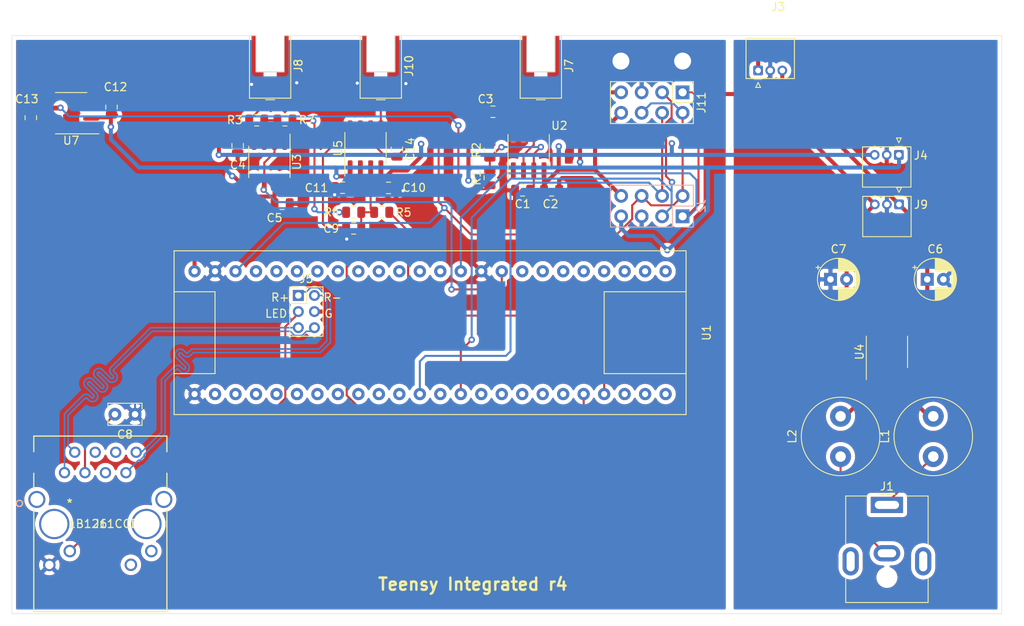
<source format=kicad_pcb>
(kicad_pcb (version 20171130) (host pcbnew "(5.1.6-0-10_14)")
  (layers (0 F.Cu signal) (31 B.Cu signal) (34 B.Paste user) (35 F.Paste user) (36 B.SilkS user) (37 F.SilkS user) (38 B.Mask user) (39 F.Mask user) (44 Edge.Cuts user))
  (net 0 "")
  (net 1 +5V)
  (net 2 GND)
  (net 3 -5V)
  (net 4 "Net-(R3-Pad2)")
  (net 5 "Net-(C1-Pad1)")
  (net 6 SPI4_CS2)
  (net 7 SPI4_CS1)
  (net 8 SPI4_CS0)
  (net 9 SPI4_SCLK)
  (net 10 SPI4_MOSI)
  (net 11 SPI4_MISO)
  (net 12 SPI1_CS0)
  (net 13 SPI1_SCLK)
  (net 14 SPI1_MOSI)
  (net 15 SPI1_MISO)
  (net 16 0)
  (net 17 1)
  (net 18 2)
  (net 19 3)
  (net 20 4)
  (net 21 5)
  (net 22 6)
  (net 23 7)
  (net 24 8)
  (net 25 9)
  (net 26 24)
  (net 27 25)
  (net 28 28)
  (net 29 30)
  (net 30 31)
  (net 31 32)
  (net 32 33)
  (net 33 34)
  (net 34 35)
  (net 35 16)
  (net 36 17)
  (net 37 18)
  (net 38 19)
  (net 39 20)
  (net 40 21)
  (net 41 22)
  (net 42 23)
  (net 43 "Net-(J7-Pad1)")
  (net 44 "Net-(J8-Pad1)")
  (net 45 "Net-(J10-Pad1)")
  (net 46 O1)
  (net 47 "Net-(U1-PadM2)")
  (net 48 A1)
  (net 49 A2)
  (net 50 A4)
  (net 51 A3)
  (net 52 "Net-(U2-Pad1)")
  (net 53 "Net-(U2-Pad5)")
  (net 54 "Net-(U2-Pad8)")
  (net 55 "Net-(U3-Pad8)")
  (net 56 "Net-(U3-Pad5)")
  (net 57 "Net-(U3-Pad1)")
  (net 58 "Net-(U4-Pad5)")
  (net 59 "Net-(U4-Pad8)")
  (net 60 REF)
  (net 61 "Net-(U7-Pad8)")
  (net 62 "Net-(U7-Pad7)")
  (net 63 "Net-(U7-Pad5)")
  (net 64 "Net-(U7-Pad3)")
  (net 65 "Net-(U7-Pad1)")
  (net 66 +2V5)
  (net 67 -2V5)
  (net 68 "Net-(C8-Pad2)")
  (net 69 "Net-(C9-Pad1)")
  (net 70 "Net-(C14-Pad1)")
  (net 71 IOREF)
  (net 72 "Net-(J1-Pad1)")
  (net 73 "Net-(J1-Pad2)")
  (net 74 "Net-(J6-Pad11)")
  (net 75 "Net-(J6-Pad12)")
  (net 76 "Net-(U4-Pad4)")
  (net 77 "Net-(U4-Pad6)")
  (net 78 "Net-(U4-Pad7)")
  (net 79 "Net-(U5-Pad2)")
  (net 80 T-)
  (net 81 T+)
  (net 82 R+)
  (net 83 R-)
  (net 84 LED)
  (net 85 "Net-(J6-Pad4)")
  (net 86 "Net-(J6-Pad6)")
  (net 87 "Net-(J6-Pad5)")
  (module Connector_PinHeader_2.54mm:PinHeader_2x04_P2.54mm_Vertical (layer F.Cu) (at 175.66 104.79 270)
    (fp_text reference J11 (at 1.27 -2.33 90) (layer F.SilkS))
    (fp_text value Conn_02x04_Odd_Even)
    (pad 8 thru_hole oval (at 2.54 7.62 270) (size 1.7 1.7) (drill 1) (layers *.Cu *.Mask) (net 3 -5V))
    (pad 7 thru_hole oval (at 0 7.62 270) (size 1.7 1.7) (drill 1) (layers *.Cu *.Mask) (net 1 +5V))
    (pad 6 thru_hole oval (at 2.54 5.08 270) (size 1.7 1.7) (drill 1) (layers *.Cu *.Mask) (net 71 IOREF))
    (pad 5 thru_hole oval (at 0 5.08 270) (size 1.7 1.7) (drill 1) (layers *.Cu *.Mask) (net 2 GND))
    (pad 4 thru_hole oval (at 2.54 2.54 270) (size 1.7 1.7) (drill 1) (layers *.Cu *.Mask) (net 8 SPI4_CS0))
    (pad 3 thru_hole oval (at 0 2.54 270) (size 1.7 1.7) (drill 1) (layers *.Cu *.Mask) (net 11 SPI4_MISO))
    (pad 2 thru_hole oval (at 2.54 0 270) (size 1.7 1.7) (drill 1) (layers *.Cu *.Mask) (net 71 IOREF))
    (pad 1 thru_hole rect (at 0 0 270) (size 1.7 1.7) (drill 1) (layers *.Cu *.Mask) (net 9 SPI4_SCLK))
  )
  (module Capacitor_SMD:C_0805_2012Metric (layer F.Cu) (at 104.825 106.625 90)
    (fp_text reference C12 (at 2.5 0.5 180) (layer F.SilkS))
    (fp_text value 0.1uF hide)
    (pad 2 smd roundrect (at 0.9375 0 90) (size 0.975 1.4) (layers F.Cu F.Paste F.Mask) (net 2 GND))
    (pad 1 smd roundrect (at -0.9375 0 90) (size 0.975 1.4) (layers F.Cu F.Paste F.Mask) (net 1 +5V))
  )
  (module teensy41:teensy41 (layer F.Cu) (at 140.53 134.62 90)
    (fp_text reference U1 (at 0 38.1 90) (layer F.SilkS))
    (fp_text value teensy41)
    (pad M1 thru_hole circle (at -7.62 -25.4 90) (size 1.524 1.524) (drill 0.762) (layers *.Cu *.Mask) (net 2 GND))
    (pad 0 thru_hole circle (at -7.62 -22.86 90) (size 1.524 1.524) (drill 0.762) (layers *.Cu *.Mask) (net 16 0))
    (pad 1 thru_hole circle (at -7.62 -20.32 90) (size 1.524 1.524) (drill 0.762) (layers *.Cu *.Mask) (net 17 1))
    (pad 2 thru_hole circle (at -7.62 -17.78 90) (size 1.524 1.524) (drill 0.762) (layers *.Cu *.Mask) (net 18 2))
    (pad 3 thru_hole circle (at -7.62 -15.24 90) (size 1.524 1.524) (drill 0.762) (layers *.Cu *.Mask) (net 19 3))
    (pad 4 thru_hole circle (at -7.62 -12.7 90) (size 1.524 1.524) (drill 0.762) (layers *.Cu *.Mask) (net 20 4))
    (pad 5 thru_hole circle (at -7.62 -10.16 90) (size 1.524 1.524) (drill 0.762) (layers *.Cu *.Mask) (net 21 5))
    (pad 6 thru_hole circle (at -7.62 -7.62 90) (size 1.524 1.524) (drill 0.762) (layers *.Cu *.Mask) (net 22 6))
    (pad 7 thru_hole circle (at -7.62 -5.08 90) (size 1.524 1.524) (drill 0.762) (layers *.Cu *.Mask) (net 23 7))
    (pad 8 thru_hole circle (at -7.62 -2.54 90) (size 1.524 1.524) (drill 0.762) (layers *.Cu *.Mask) (net 24 8))
    (pad 9 thru_hole circle (at -7.62 0 90) (size 1.524 1.524) (drill 0.762) (layers *.Cu *.Mask) (net 25 9))
    (pad 10 thru_hole circle (at -7.62 2.54 90) (size 1.524 1.524) (drill 0.762) (layers *.Cu *.Mask) (net 8 SPI4_CS0))
    (pad 11 thru_hole circle (at -7.62 5.08 90) (size 1.524 1.524) (drill 0.762) (layers *.Cu *.Mask) (net 10 SPI4_MOSI))
    (pad 12 thru_hole circle (at -7.62 7.62 90) (size 1.524 1.524) (drill 0.762) (layers *.Cu *.Mask) (net 11 SPI4_MISO))
    (pad M2 thru_hole circle (at -7.62 10.16 90) (size 1.524 1.524) (drill 0.762) (layers *.Cu *.Mask) (net 47 "Net-(U1-PadM2)"))
    (pad 24 thru_hole circle (at -7.62 12.7 90) (size 1.524 1.524) (drill 0.762) (layers *.Cu *.Mask) (net 26 24))
    (pad 25 thru_hole circle (at -7.62 15.24 90) (size 1.524 1.524) (drill 0.762) (layers *.Cu *.Mask) (net 27 25))
    (pad 26 thru_hole circle (at -7.62 17.78 90) (size 1.524 1.524) (drill 0.762) (layers *.Cu *.Mask) (net 14 SPI1_MOSI))
    (pad 27 thru_hole circle (at -7.62 20.32 90) (size 1.524 1.524) (drill 0.762) (layers *.Cu *.Mask) (net 13 SPI1_SCLK))
    (pad 28 thru_hole circle (at -7.62 22.86 90) (size 1.524 1.524) (drill 0.762) (layers *.Cu *.Mask) (net 28 28))
    (pad 29 thru_hole circle (at -7.62 25.4 90) (size 1.524 1.524) (drill 0.762) (layers *.Cu *.Mask) (net 46 O1))
    (pad 30 thru_hole circle (at -7.62 27.94 90) (size 1.524 1.524) (drill 0.762) (layers *.Cu *.Mask) (net 29 30))
    (pad 31 thru_hole circle (at -7.62 30.48 90) (size 1.524 1.524) (drill 0.762) (layers *.Cu *.Mask) (net 30 31))
    (pad 32 thru_hole circle (at -7.62 33.02 90) (size 1.524 1.524) (drill 0.762) (layers *.Cu *.Mask) (net 31 32))
    (pad 41 thru_hole circle (at 7.62 12.7 90) (size 1.524 1.524) (drill 0.762) (layers *.Cu *.Mask) (net 48 A1))
    (pad 21 thru_hole circle (at 7.62 -12.7 90) (size 1.524 1.524) (drill 0.762) (layers *.Cu *.Mask) (net 40 21))
    (pad 18 thru_hole circle (at 7.62 -5.08 90) (size 1.524 1.524) (drill 0.762) (layers *.Cu *.Mask) (net 37 18))
    (pad 20 thru_hole circle (at 7.62 -10.16 90) (size 1.524 1.524) (drill 0.762) (layers *.Cu *.Mask) (net 39 20))
    (pad M6 thru_hole circle (at 7.62 -25.4 90) (size 1.524 1.524) (drill 0.762) (layers *.Cu *.Mask) (net 1 +5V))
    (pad 16 thru_hole circle (at 7.62 0 90) (size 1.524 1.524) (drill 0.762) (layers *.Cu *.Mask) (net 35 16))
    (pad 38 thru_hole circle (at 7.62 20.32 90) (size 1.524 1.524) (drill 0.762) (layers *.Cu *.Mask) (net 12 SPI1_CS0))
    (pad 13 thru_hole circle (at 7.62 7.62 90) (size 1.524 1.524) (drill 0.762) (layers *.Cu *.Mask) (net 9 SPI4_SCLK))
    (pad 34 thru_hole circle (at 7.62 30.48 90) (size 1.524 1.524) (drill 0.762) (layers *.Cu *.Mask) (net 33 34))
    (pad 33 thru_hole circle (at 7.62 33.02 90) (size 1.524 1.524) (drill 0.762) (layers *.Cu *.Mask) (net 32 33))
    (pad 17 thru_hole circle (at 7.62 -2.54 90) (size 1.524 1.524) (drill 0.762) (layers *.Cu *.Mask) (net 36 17))
    (pad 36 thru_hole circle (at 7.62 25.4 90) (size 1.524 1.524) (drill 0.762) (layers *.Cu *.Mask) (net 6 SPI4_CS2))
    (pad 37 thru_hole circle (at 7.62 22.86 90) (size 1.524 1.524) (drill 0.762) (layers *.Cu *.Mask) (net 7 SPI4_CS1))
    (pad 40 thru_hole circle (at 7.62 15.24 90) (size 1.524 1.524) (drill 0.762) (layers *.Cu *.Mask) (net 49 A2))
    (pad 22 thru_hole circle (at 7.62 -15.24 90) (size 1.524 1.524) (drill 0.762) (layers *.Cu *.Mask) (net 41 22))
    (pad 19 thru_hole circle (at 7.62 -7.62 90) (size 1.524 1.524) (drill 0.762) (layers *.Cu *.Mask) (net 38 19))
    (pad 23 thru_hole circle (at 7.62 -17.78 90) (size 1.524 1.524) (drill 0.762) (layers *.Cu *.Mask) (net 42 23))
    (pad 15 thru_hole circle (at 7.62 2.54 90) (size 1.524 1.524) (drill 0.762) (layers *.Cu *.Mask) (net 50 A4))
    (pad M5 thru_hole circle (at 7.62 -22.86 90) (size 1.524 1.524) (drill 0.762) (layers *.Cu *.Mask) (net 2 GND))
    (pad 39 thru_hole circle (at 7.62 17.78 90) (size 1.524 1.524) (drill 0.762) (layers *.Cu *.Mask) (net 15 SPI1_MISO))
    (pad 14 thru_hole circle (at 7.62 5.08 90) (size 1.524 1.524) (drill 0.762) (layers *.Cu *.Mask) (net 51 A3))
    (pad M3 thru_hole circle (at 7.62 10.16 90) (size 1.524 1.524) (drill 0.762) (layers *.Cu *.Mask) (net 2 GND))
    (pad 35 thru_hole circle (at 7.62 27.94 90) (size 1.524 1.524) (drill 0.762) (layers *.Cu *.Mask) (net 34 35))
    (pad M4 thru_hole circle (at 7.62 -20.32 90) (size 1.524 1.524) (drill 0.762) (layers *.Cu *.Mask) (net 71 IOREF))
  )
  (module Package_SO:SOIC-8_3.9x4.9mm_P1.27mm (layer F.Cu) (at 99.825 107.375 180)
    (fp_text reference U7 (at 0 -3.4) (layer F.SilkS))
    (fp_text value REF5025AD hide)
    (pad 8 smd roundrect (at 2.475 -1.905 180) (size 1.95 0.6) (layers F.Cu F.Paste F.Mask) (net 61 "Net-(U7-Pad8)"))
    (pad 7 smd roundrect (at 2.475 -0.635 180) (size 1.95 0.6) (layers F.Cu F.Paste F.Mask) (net 62 "Net-(U7-Pad7)"))
    (pad 6 smd roundrect (at 2.475 0.635 180) (size 1.95 0.6) (layers F.Cu F.Paste F.Mask) (net 60 REF))
    (pad 5 smd roundrect (at 2.475 1.905 180) (size 1.95 0.6) (layers F.Cu F.Paste F.Mask) (net 63 "Net-(U7-Pad5)"))
    (pad 4 smd roundrect (at -2.475 1.905 180) (size 1.95 0.6) (layers F.Cu F.Paste F.Mask) (net 2 GND))
    (pad 3 smd roundrect (at -2.475 0.635 180) (size 1.95 0.6) (layers F.Cu F.Paste F.Mask) (net 64 "Net-(U7-Pad3)"))
    (pad 2 smd roundrect (at -2.475 -0.635 180) (size 1.95 0.6) (layers F.Cu F.Paste F.Mask) (net 1 +5V))
    (pad 1 smd roundrect (at -2.475 -1.905 180) (size 1.95 0.6) (layers F.Cu F.Paste F.Mask) (net 65 "Net-(U7-Pad1)"))
  )
  (module Capacitor_SMD:C_0805_2012Metric (layer F.Cu) (at 94.825 107.9375 270)
    (fp_text reference C13 (at -2.3125 0.5 180) (layer F.SilkS))
    (fp_text value 0.1uF hide)
    (pad 2 smd roundrect (at 0.9375 0 270) (size 0.975 1.4) (layers F.Cu F.Paste F.Mask) (net 2 GND))
    (pad 1 smd roundrect (at -0.9375 0 270) (size 0.975 1.4) (layers F.Cu F.Paste F.Mask) (net 60 REF))
  )
  (module JST1_5_3p:JST (layer F.Cu) (at 202.475 112.55 180)
    (fp_text reference J4 (at -2.725 -0.075 180) (layer F.SilkS))
    (fp_text value Conn_01x03 hide)
    (pad 3 thru_hole oval (at 3 0 180) (size 1.2 1.2) (drill 0.7) (layers *.Cu *.Mask) (net 3 -5V))
    (pad 2 thru_hole oval (at 1.5 0 180) (size 1.2 1.2) (drill 0.7) (layers *.Cu *.Mask) (net 2 GND))
    (pad 1 thru_hole roundrect (at 0 0 180) (size 1.2 1.2) (drill 0.7) (layers *.Cu *.Mask) (roundrect_rratio 0.147) (net 1 +5V))
  )
  (module Capacitor_SMD:C_0805_2012Metric (layer F.Cu) (at 155.8125 116.95 180)
    (fp_text reference C1 (at 0 -1.7) (layer F.SilkS))
    (fp_text value C)
    (pad 1 smd roundrect (at -0.9375 0 180) (size 0.975 1.4) (layers F.Cu F.Paste F.Mask) (net 5 "Net-(C1-Pad1)"))
    (pad 2 smd roundrect (at 0.9375 0 180) (size 0.975 1.4) (layers F.Cu F.Paste F.Mask) (net 2 GND))
  )
  (module Capacitor_SMD:C_0805_2012Metric (layer F.Cu) (at 159.4125 116.95)
    (fp_text reference C2 (at -0.1375 1.7) (layer F.SilkS))
    (fp_text value C hide)
    (pad 1 smd roundrect (at -0.9375 0) (size 0.975 1.4) (layers F.Cu F.Paste F.Mask) (net 3 -5V))
    (pad 2 smd roundrect (at 0.9375 0) (size 0.975 1.4) (layers F.Cu F.Paste F.Mask) (net 2 GND))
  )
  (module Capacitor_SMD:C_0805_2012Metric (layer F.Cu) (at 152.1375 107.2 180)
    (fp_text reference C3 (at 0.9125 1.575) (layer F.SilkS))
    (fp_text value C hide)
    (pad 2 smd roundrect (at 0.9375 0 180) (size 0.975 1.4) (layers F.Cu F.Paste F.Mask) (net 2 GND))
    (pad 1 smd roundrect (at -0.9375 0 180) (size 0.975 1.4) (layers F.Cu F.Paste F.Mask) (net 1 +5V))
  )
  (module Capacitor_SMD:C_0805_2012Metric (layer F.Cu) (at 120.475 111.3875 270)
    (fp_text reference C4 (at 2.4125 -0.025 180) (layer F.SilkS))
    (fp_text value C hide)
    (pad 1 smd roundrect (at -0.9375 0 270) (size 0.975 1.4) (layers F.Cu F.Paste F.Mask) (net 3 -5V))
    (pad 2 smd roundrect (at 0.9375 0 270) (size 0.975 1.4) (layers F.Cu F.Paste F.Mask) (net 2 GND))
  )
  (module Capacitor_SMD:C_0805_2012Metric (layer F.Cu) (at 125.9875 118.625)
    (fp_text reference C5 (at -0.9375 1.75) (layer F.SilkS))
    (fp_text value C hide)
    (pad 2 smd roundrect (at 0.9375 0) (size 0.975 1.4) (layers F.Cu F.Paste F.Mask) (net 2 GND))
    (pad 1 smd roundrect (at -0.9375 0) (size 0.975 1.4) (layers F.Cu F.Paste F.Mask) (net 1 +5V))
  )
  (module Capacitor_THT:CP_Radial_D5.0mm_P2.00mm (layer F.Cu) (at 206 128)
    (fp_text reference C6 (at 1 -3.75) (layer F.SilkS))
    (fp_text value 220uF)
    (pad 1 thru_hole rect (at 0 0) (size 1.6 1.6) (drill 0.8) (layers *.Cu *.Mask) (net 66 +2V5))
    (pad 2 thru_hole circle (at 2 0) (size 1.6 1.6) (drill 0.8) (layers *.Cu *.Mask) (net 2 GND))
  )
  (module Capacitor_THT:CP_Radial_D5.0mm_P2.00mm (layer F.Cu) (at 194 128)
    (fp_text reference C7 (at 1 -3.75) (layer F.SilkS))
    (fp_text value 220uF)
    (pad 2 thru_hole circle (at 2 0) (size 1.6 1.6) (drill 0.8) (layers *.Cu *.Mask) (net 67 -2V5))
    (pad 1 thru_hole rect (at 0 0) (size 1.6 1.6) (drill 0.8) (layers *.Cu *.Mask) (net 2 GND))
  )
  (module Capacitor_THT:C_Rect_L4.0mm_W2.5mm_P2.50mm (layer F.Cu) (at 107.75 144.75 180)
    (fp_text reference C8 (at 1.25 -2.5) (layer F.SilkS))
    (fp_text value CP)
    (pad 1 thru_hole circle (at 0 0 180) (size 1.6 1.6) (drill 0.8) (layers *.Cu *.Mask) (net 2 GND))
    (pad 2 thru_hole circle (at 2.5 0 180) (size 1.6 1.6) (drill 0.8) (layers *.Cu *.Mask) (net 68 "Net-(C8-Pad2)"))
  )
  (module Capacitor_SMD:C_0805_2012Metric (layer F.Cu) (at 134.8625 121.675 180)
    (fp_text reference C9 (at 2.7875 -0.025) (layer F.SilkS))
    (fp_text value C hide)
    (pad 2 smd roundrect (at 0.9375 0 180) (size 0.975 1.4) (layers F.Cu F.Paste F.Mask) (net 2 GND))
    (pad 1 smd roundrect (at -0.9375 0 180) (size 0.975 1.4) (layers F.Cu F.Paste F.Mask) (net 69 "Net-(C9-Pad1)"))
  )
  (module Capacitor_SMD:C_0805_2012Metric (layer F.Cu) (at 139.1875 116.65)
    (fp_text reference C10 (at 3.1875 -0.025) (layer F.SilkS))
    (fp_text value C hide)
    (pad 2 smd roundrect (at 0.9375 0) (size 0.975 1.4) (layers F.Cu F.Paste F.Mask) (net 2 GND))
    (pad 1 smd roundrect (at -0.9375 0) (size 0.975 1.4) (layers F.Cu F.Paste F.Mask) (net 3 -5V))
  )
  (module Capacitor_SMD:C_0805_2012Metric (layer F.Cu) (at 133.4875 116.625 180)
    (fp_text reference C11 (at 3.2375 -0.025) (layer F.SilkS))
    (fp_text value C hide)
    (pad 1 smd roundrect (at -0.9375 0 180) (size 0.975 1.4) (layers F.Cu F.Paste F.Mask) (net 1 +5V))
    (pad 2 smd roundrect (at 0.9375 0 180) (size 0.975 1.4) (layers F.Cu F.Paste F.Mask) (net 2 GND))
  )
  (module Capacitor_SMD:C_0805_2012Metric (layer F.Cu) (at 140.225 111.8375 270)
    (fp_text reference C14 (at 0 -1.65 90) (layer F.SilkS))
    (fp_text value C hide)
    (pad 1 smd roundrect (at -0.9375 0 270) (size 0.975 1.4) (layers F.Cu F.Paste F.Mask) (net 70 "Net-(C14-Pad1)"))
    (pad 2 smd roundrect (at 0.9375 0 270) (size 0.975 1.4) (layers F.Cu F.Paste F.Mask) (net 71 IOREF))
  )
  (module Connector_BarrelJack:BarrelJack_CUI_PJ-063AH_Horizontal (layer F.Cu) (at 201 156)
    (fp_text reference J1 (at 0 -2.3) (layer F.SilkS))
    (fp_text value Barrel_Jack)
    (pad 1 thru_hole rect (at 0 0) (size 4 2) (drill oval 3 1) (layers *.Cu *.Mask) (net 72 "Net-(J1-Pad1)"))
    (pad 2 thru_hole oval (at 0 6) (size 3.3 2) (drill oval 2.3 1) (layers *.Cu *.Mask) (net 73 "Net-(J1-Pad2)"))
    (pad MP thru_hole oval (at -4.5 7) (size 2 3.5) (drill oval 1 2.5) (layers *.Cu *.Mask))
    (pad MP thru_hole oval (at 4.5 7) (size 2 3.5) (drill oval 1 2.5) (layers *.Cu *.Mask))
    (pad "" np_thru_hole circle (at 0 9) (size 1.6 1.6) (drill 1.6) (layers *.Cu *.Mask))
  )
  (module Connector_PinHeader_2.54mm:PinHeader_2x04_P2.54mm_Vertical (layer B.Cu) (at 175.66 120.18 90)
    (fp_text reference J2 (at 1.27 2.33 -90) (layer B.SilkS) (effects (justify mirror)))
    (fp_text value Conn_02x04_Odd_Even hide)
    (pad 1 thru_hole rect (at 0 0 90) (size 1.7 1.7) (drill 1) (layers *.Cu *.Mask) (net 9 SPI4_SCLK))
    (pad 2 thru_hole oval (at 2.54 0 90) (size 1.7 1.7) (drill 1) (layers *.Cu *.Mask) (net 71 IOREF))
    (pad 3 thru_hole oval (at 0 -2.54 90) (size 1.7 1.7) (drill 1) (layers *.Cu *.Mask) (net 11 SPI4_MISO))
    (pad 4 thru_hole oval (at 2.54 -2.54 90) (size 1.7 1.7) (drill 1) (layers *.Cu *.Mask) (net 8 SPI4_CS0))
    (pad 5 thru_hole oval (at 0 -5.08 90) (size 1.7 1.7) (drill 1) (layers *.Cu *.Mask) (net 2 GND))
    (pad 6 thru_hole oval (at 2.54 -5.08 90) (size 1.7 1.7) (drill 1) (layers *.Cu *.Mask) (net 71 IOREF))
    (pad 7 thru_hole oval (at 0 -7.62 90) (size 1.7 1.7) (drill 1) (layers *.Cu *.Mask) (net 1 +5V))
    (pad 8 thru_hole oval (at 2.54 -7.62 90) (size 1.7 1.7) (drill 1) (layers *.Cu *.Mask) (net 3 -5V))
  )
  (module JST1_5_3p:JST (layer F.Cu) (at 185.025 102.075)
    (fp_text reference J3 (at 2.5 -7.9 180) (layer F.SilkS))
    (fp_text value Conn_01x03 hide)
    (pad 3 thru_hole oval (at 3 0) (size 1.2 1.2) (drill 0.7) (layers *.Cu *.Mask) (net 67 -2V5))
    (pad 2 thru_hole oval (at 1.5 0) (size 1.2 1.2) (drill 0.7) (layers *.Cu *.Mask) (net 2 GND))
    (pad 1 thru_hole roundrect (at 0 0) (size 1.2 1.2) (drill 0.7) (layers *.Cu *.Mask) (roundrect_rratio 0.147) (net 66 +2V5))
  )
  (module footprints:J1B1211CCD (layer F.Cu) (at 99.635 155.79001)
    (fp_text reference J6 (at 3.81 2.55999) (layer F.SilkS))
    (fp_text value J1B1211CCD (at 3.81 2.55999) (layer F.SilkS))
    (fp_text user * (at 0 0) (layer F.SilkS))
    (pad 2 thru_hole circle (at 0.635 -6.33001) (size 1.397 1.397) (drill 0.889) (layers *.Cu *.Mask) (net 81 T+))
    (pad 4 thru_hole circle (at 3.175 -6.33001) (size 1.397 1.397) (drill 0.889) (layers *.Cu *.Mask) (net 85 "Net-(J6-Pad4)"))
    (pad 6 thru_hole circle (at 5.715 -6.33001) (size 1.397 1.397) (drill 0.889) (layers *.Cu *.Mask) (net 86 "Net-(J6-Pad6)"))
    (pad 8 thru_hole circle (at 8.255 -6.33001) (size 1.397 1.397) (drill 0.889) (layers *.Cu *.Mask) (net 83 R-))
    (pad 1 thru_hole circle (at -0.635 -3.79001) (size 1.397 1.397) (drill 0.889) (layers *.Cu *.Mask) (net 80 T-))
    (pad 3 thru_hole circle (at 1.905 -3.79001) (size 1.397 1.397) (drill 0.889) (layers *.Cu *.Mask) (net 68 "Net-(C8-Pad2)"))
    (pad 5 thru_hole circle (at 4.445 -3.79001) (size 1.397 1.397) (drill 0.889) (layers *.Cu *.Mask) (net 87 "Net-(J6-Pad5)"))
    (pad 7 thru_hole circle (at 6.985 -3.79001) (size 1.397 1.397) (drill 0.889) (layers *.Cu *.Mask) (net 82 R+))
    (pad 9 thru_hole circle (at -2.515 7.65999) (size 1.5494 1.5494) (drill 1.0414) (layers *.Cu *.Mask) (net 2 GND))
    (pad 10 thru_hole circle (at 0.025 5.93999) (size 1.5494 1.5494) (drill 1.0414) (layers *.Cu *.Mask) (net 84 LED))
    (pad 11 thru_hole circle (at 7.595 7.63999) (size 1.5494 1.5494) (drill 1.0414) (layers *.Cu *.Mask) (net 74 "Net-(J6-Pad11)"))
    (pad 12 thru_hole circle (at 10.135 5.93999) (size 1.5494 1.5494) (drill 1.0414) (layers *.Cu *.Mask) (net 75 "Net-(J6-Pad12)"))
    (pad 14 thru_hole circle (at -1.905 2.57999 90) (size 3.7592 3.7592) (drill 3.2512) (layers *.Cu *.Mask))
    (pad 15 thru_hole circle (at 9.525 2.57999 90) (size 3.7592 3.7592) (drill 3.2512) (layers *.Cu *.Mask))
    (pad 13 thru_hole circle (at -4.064998 -0.47001 90) (size 2.1082 2.1082) (drill 1.6002) (layers *.Cu *.Mask))
    (pad 16 thru_hole circle (at 11.684998 -0.47001 90) (size 2.1082 2.1082) (drill 1.6002) (layers *.Cu *.Mask))
  )
  (module Connector_Coaxial:MMCX_Molex_73415-0961_Horizontal_1.0mm-PCB (layer F.Cu) (at 158.075 101.5 270)
    (fp_text reference J7 (at 0 -3.5 90) (layer F.SilkS))
    (fp_text value Conn_Coaxial hide)
    (fp_line (start -3.75 1.75) (end 0.75 1.75) (layer Edge.Cuts) (width 0.1))
    (fp_line (start 0.75 1.75) (end 0.75 -1.75) (layer Edge.Cuts) (width 0.1))
    (fp_line (start 0.75 -1.75) (end -3.75 -1.75) (layer Edge.Cuts) (width 0.1))
    (pad 1 smd rect (at 2.7 0 270) (size 2.1 1.1) (layers F.Cu F.Paste F.Mask) (net 43 "Net-(J7-Pad1)"))
    (pad 2 smd custom (at 2.25 -1.56 270) (size 3 1.48) (layers F.Cu F.Paste F.Mask) (net 2 GND) (options (clearance outline) (anchor rect)) (primitives (gr_poly (pts (xy -6 -0.74) (xy -6 -0.19) (xy -1.5 -0.19) (xy -1.5 -0.74)) (width 0))))
    (pad 2 smd custom (at 2.25 1.56 270) (size 3 1.48) (layers F.Cu F.Paste F.Mask) (net 2 GND) (options (clearance outline) (anchor rect)) (primitives (gr_poly (pts (xy -6 0.19) (xy -6 0.74) (xy -1.5 0.74) (xy -1.5 0.19)) (width 0))))
  )
  (module Connector_Coaxial:MMCX_Molex_73415-0961_Horizontal_1.0mm-PCB (layer F.Cu) (at 124.5 101.5 270)
    (fp_text reference J8 (at 0 -3.5 90) (layer F.SilkS))
    (fp_text value Conn_Coaxial hide)
    (fp_line (start 0.75 -1.75) (end -3.75 -1.75) (layer Edge.Cuts) (width 0.1))
    (fp_line (start 0.75 1.75) (end 0.75 -1.75) (layer Edge.Cuts) (width 0.1))
    (fp_line (start -3.75 1.75) (end 0.75 1.75) (layer Edge.Cuts) (width 0.1))
    (pad 2 smd custom (at 2.25 1.56 270) (size 3 1.48) (layers F.Cu F.Paste F.Mask) (net 2 GND) (options (clearance outline) (anchor rect)) (primitives (gr_poly (pts (xy -6 0.19) (xy -6 0.74) (xy -1.5 0.74) (xy -1.5 0.19)) (width 0))))
    (pad 2 smd custom (at 2.25 -1.56 270) (size 3 1.48) (layers F.Cu F.Paste F.Mask) (net 2 GND) (options (clearance outline) (anchor rect)) (primitives (gr_poly (pts (xy -6 -0.74) (xy -6 -0.19) (xy -1.5 -0.19) (xy -1.5 -0.74)) (width 0))))
    (pad 1 smd rect (at 2.7 0 270) (size 2.1 1.1) (layers F.Cu F.Paste F.Mask) (net 44 "Net-(J8-Pad1)"))
  )
  (module Inductor_THT:L_Radial_D9.5mm_P5.00mm_Fastron_07HVP (layer F.Cu) (at 206.75 150 90)
    (fp_text reference L1 (at 2.5 -6 90) (layer F.SilkS))
    (fp_text value 680uH)
    (pad 2 thru_hole circle (at 5 0 90) (size 2.6 2.6) (drill 1.3) (layers *.Cu *.Mask) (net 66 +2V5))
    (pad 1 thru_hole circle (at 0 0 90) (size 2.6 2.6) (drill 1.3) (layers *.Cu *.Mask) (net 72 "Net-(J1-Pad1)"))
  )
  (module Inductor_THT:L_Radial_D9.5mm_P5.00mm_Fastron_07HVP (layer F.Cu) (at 195.25 150 90)
    (fp_text reference L2 (at 2.5 -6 90) (layer F.SilkS))
    (fp_text value 680uH)
    (pad 1 thru_hole circle (at 0 0 90) (size 2.6 2.6) (drill 1.3) (layers *.Cu *.Mask) (net 73 "Net-(J1-Pad2)"))
    (pad 2 thru_hole circle (at 5 0 90) (size 2.6 2.6) (drill 1.3) (layers *.Cu *.Mask) (net 67 -2V5))
  )
  (module Resistor_SMD:R_0805_2012Metric (layer F.Cu) (at 151.75 115.3875 90)
    (fp_text reference R1 (at 0 -1.65 90) (layer F.SilkS))
    (fp_text value R hide)
    (pad 1 smd roundrect (at -0.9375 0 90) (size 0.975 1.4) (layers F.Cu F.Paste F.Mask) (net 60 REF))
    (pad 2 smd roundrect (at 0.9375 0 90) (size 0.975 1.4) (layers F.Cu F.Paste F.Mask) (net 5 "Net-(C1-Pad1)"))
  )
  (module Resistor_SMD:R_0805_2012Metric (layer F.Cu) (at 151.75 111.9625 90)
    (fp_text reference R2 (at 0 -1.65 90) (layer F.SilkS))
    (fp_text value R hide)
    (pad 2 smd roundrect (at 0.9375 0 90) (size 0.975 1.4) (layers F.Cu F.Paste F.Mask) (net 2 GND))
    (pad 1 smd roundrect (at -0.9375 0 90) (size 0.975 1.4) (layers F.Cu F.Paste F.Mask) (net 5 "Net-(C1-Pad1)"))
  )
  (module Resistor_SMD:R_0805_2012Metric (layer F.Cu) (at 122.8375 108.25)
    (fp_text reference R3 (at -2.7125 -0.025) (layer F.SilkS))
    (fp_text value R hide)
    (pad 2 smd roundrect (at 0.9375 0) (size 0.975 1.4) (layers F.Cu F.Paste F.Mask) (net 4 "Net-(R3-Pad2)"))
    (pad 1 smd roundrect (at -0.9375 0) (size 0.975 1.4) (layers F.Cu F.Paste F.Mask) (net 44 "Net-(J8-Pad1)"))
  )
  (module Resistor_SMD:R_0805_2012Metric (layer F.Cu) (at 134.8625 119.675 180)
    (fp_text reference R4 (at 2.7125 0) (layer F.SilkS))
    (fp_text value R hide)
    (pad 2 smd roundrect (at 0.9375 0 180) (size 0.975 1.4) (layers F.Cu F.Paste F.Mask) (net 60 REF))
    (pad 1 smd roundrect (at -0.9375 0 180) (size 0.975 1.4) (layers F.Cu F.Paste F.Mask) (net 69 "Net-(C9-Pad1)"))
  )
  (module Resistor_SMD:R_0805_2012Metric (layer F.Cu) (at 138.3375 119.675)
    (fp_text reference R5 (at 2.7125 0.025) (layer F.SilkS))
    (fp_text value R hide)
    (pad 1 smd roundrect (at -0.9375 0) (size 0.975 1.4) (layers F.Cu F.Paste F.Mask) (net 69 "Net-(C9-Pad1)"))
    (pad 2 smd roundrect (at 0.9375 0) (size 0.975 1.4) (layers F.Cu F.Paste F.Mask) (net 46 O1))
  )
  (module Resistor_SMD:R_0805_2012Metric (layer F.Cu) (at 126.3375 108.25)
    (fp_text reference R7 (at 2.7125 -0.025) (layer F.SilkS))
    (fp_text value R hide)
    (pad 1 smd roundrect (at -0.9375 0) (size 0.975 1.4) (layers F.Cu F.Paste F.Mask) (net 4 "Net-(R3-Pad2)"))
    (pad 2 smd roundrect (at 0.9375 0) (size 0.975 1.4) (layers F.Cu F.Paste F.Mask) (net 60 REF))
  )
  (module Package_SO:SOIC-8_3.9x4.9mm_P1.27mm (layer F.Cu) (at 156.565 111.975 90)
    (fp_text reference U2 (at 3.05 3.81 180) (layer F.SilkS))
    (fp_text value OP07 hide)
    (pad 8 smd roundrect (at 2.475 -1.905 90) (size 1.95 0.6) (layers F.Cu F.Paste F.Mask) (net 54 "Net-(U2-Pad8)"))
    (pad 7 smd roundrect (at 2.475 -0.635 90) (size 1.95 0.6) (layers F.Cu F.Paste F.Mask) (net 1 +5V))
    (pad 6 smd roundrect (at 2.475 0.635 90) (size 1.95 0.6) (layers F.Cu F.Paste F.Mask) (net 43 "Net-(J7-Pad1)"))
    (pad 5 smd roundrect (at 2.475 1.905 90) (size 1.95 0.6) (layers F.Cu F.Paste F.Mask) (net 53 "Net-(U2-Pad5)"))
    (pad 4 smd roundrect (at -2.475 1.905 90) (size 1.95 0.6) (layers F.Cu F.Paste F.Mask) (net 3 -5V))
    (pad 3 smd roundrect (at -2.475 0.635 90) (size 1.95 0.6) (layers F.Cu F.Paste F.Mask) (net 5 "Net-(C1-Pad1)"))
    (pad 2 smd roundrect (at -2.475 -0.635 90) (size 1.95 0.6) (layers F.Cu F.Paste F.Mask) (net 43 "Net-(J7-Pad1)"))
    (pad 1 smd roundrect (at -2.475 -1.905 90) (size 1.95 0.6) (layers F.Cu F.Paste F.Mask) (net 52 "Net-(U2-Pad1)"))
  )
  (module Package_SO:SOIC-8_3.9x4.9mm_P1.27mm (layer F.Cu) (at 124.41 113.425 270)
    (fp_text reference U3 (at 0 -3.4 90) (layer F.SilkS))
    (fp_text value OP07 hide)
    (pad 1 smd roundrect (at -2.475 -1.905 270) (size 1.95 0.6) (layers F.Cu F.Paste F.Mask) (net 57 "Net-(U3-Pad1)"))
    (pad 2 smd roundrect (at -2.475 -0.635 270) (size 1.95 0.6) (layers F.Cu F.Paste F.Mask) (net 48 A1))
    (pad 3 smd roundrect (at -2.475 0.635 270) (size 1.95 0.6) (layers F.Cu F.Paste F.Mask) (net 4 "Net-(R3-Pad2)"))
    (pad 4 smd roundrect (at -2.475 1.905 270) (size 1.95 0.6) (layers F.Cu F.Paste F.Mask) (net 3 -5V))
    (pad 5 smd roundrect (at 2.475 1.905 270) (size 1.95 0.6) (layers F.Cu F.Paste F.Mask) (net 56 "Net-(U3-Pad5)"))
    (pad 6 smd roundrect (at 2.475 0.635 270) (size 1.95 0.6) (layers F.Cu F.Paste F.Mask) (net 48 A1))
    (pad 7 smd roundrect (at 2.475 -0.635 270) (size 1.95 0.6) (layers F.Cu F.Paste F.Mask) (net 1 +5V))
    (pad 8 smd roundrect (at 2.475 -1.905 270) (size 1.95 0.6) (layers F.Cu F.Paste F.Mask) (net 55 "Net-(U3-Pad8)"))
  )
  (module Package_SO:SOIC-8_3.9x4.9mm_P1.27mm (layer F.Cu) (at 201 137 90)
    (fp_text reference U4 (at 0 -3.4 90) (layer F.SilkS))
    (fp_text value TLE2426xP)
    (pad 1 smd roundrect (at -2.475 -1.905 90) (size 1.95 0.6) (layers F.Cu F.Paste F.Mask) (net 2 GND))
    (pad 2 smd roundrect (at -2.475 -0.635 90) (size 1.95 0.6) (layers F.Cu F.Paste F.Mask) (net 67 -2V5))
    (pad 3 smd roundrect (at -2.475 0.635 90) (size 1.95 0.6) (layers F.Cu F.Paste F.Mask) (net 66 +2V5))
    (pad 4 smd roundrect (at -2.475 1.905 90) (size 1.95 0.6) (layers F.Cu F.Paste F.Mask) (net 76 "Net-(U4-Pad4)"))
    (pad 5 smd roundrect (at 2.475 1.905 90) (size 1.95 0.6) (layers F.Cu F.Paste F.Mask) (net 58 "Net-(U4-Pad5)"))
    (pad 6 smd roundrect (at 2.475 0.635 90) (size 1.95 0.6) (layers F.Cu F.Paste F.Mask) (net 77 "Net-(U4-Pad6)"))
    (pad 7 smd roundrect (at 2.475 -0.635 90) (size 1.95 0.6) (layers F.Cu F.Paste F.Mask) (net 78 "Net-(U4-Pad7)"))
    (pad 8 smd roundrect (at 2.475 -1.905 90) (size 1.95 0.6) (layers F.Cu F.Paste F.Mask) (net 59 "Net-(U4-Pad8)"))
  )
  (module Package_SO:SOIC-8_3.9x4.9mm_P1.27mm (layer F.Cu) (at 136.33 111.725 90)
    (fp_text reference U5 (at 0 -3.4 90) (layer F.SilkS))
    (fp_text value LF398_SOIC8 hide)
    (pad 8 smd roundrect (at 2.475 -1.905 90) (size 1.95 0.6) (layers F.Cu F.Paste F.Mask) (net 28 28))
    (pad 7 smd roundrect (at 2.475 -0.635 90) (size 1.95 0.6) (layers F.Cu F.Paste F.Mask) (net 71 IOREF))
    (pad 6 smd roundrect (at 2.475 0.635 90) (size 1.95 0.6) (layers F.Cu F.Paste F.Mask) (net 70 "Net-(C14-Pad1)"))
    (pad 5 smd roundrect (at 2.475 1.905 90) (size 1.95 0.6) (layers F.Cu F.Paste F.Mask) (net 45 "Net-(J10-Pad1)"))
    (pad 4 smd roundrect (at -2.475 1.905 90) (size 1.95 0.6) (layers F.Cu F.Paste F.Mask) (net 3 -5V))
    (pad 3 smd roundrect (at -2.475 0.635 90) (size 1.95 0.6) (layers F.Cu F.Paste F.Mask) (net 69 "Net-(C9-Pad1)"))
    (pad 2 smd roundrect (at -2.475 -0.635 90) (size 1.95 0.6) (layers F.Cu F.Paste F.Mask) (net 79 "Net-(U5-Pad2)"))
    (pad 1 smd roundrect (at -2.475 -1.905 90) (size 1.95 0.6) (layers F.Cu F.Paste F.Mask) (net 1 +5V))
  )
  (module JST1_5_3p:JST (layer F.Cu) (at 202.5 118.7 180)
    (fp_text reference J9 (at -2.725 -0.025 180) (layer F.SilkS))
    (fp_text value Conn_01x03 hide)
    (pad 3 thru_hole oval (at 3 0 180) (size 1.2 1.2) (drill 0.7) (layers *.Cu *.Mask) (net 67 -2V5))
    (pad 2 thru_hole oval (at 1.5 0 180) (size 1.2 1.2) (drill 0.7) (layers *.Cu *.Mask) (net 2 GND))
    (pad 1 thru_hole roundrect (at 0 0 180) (size 1.2 1.2) (drill 0.7) (layers *.Cu *.Mask) (roundrect_rratio 0.147) (net 66 +2V5))
  )
  (module Connector_PinHeader_2.00mm:PinHeader_2x03_P2.00mm_Vertical (layer F.Cu) (at 128 130)
    (fp_text reference J5 (at 1 -2.06) (layer F.SilkS))
    (fp_text value Conn_02x03_Odd_Even hide)
    (pad 1 thru_hole rect (at 0 0) (size 1.35 1.35) (drill 0.8) (layers *.Cu *.Mask) (net 82 R+))
    (pad 2 thru_hole oval (at 2 0) (size 1.35 1.35) (drill 0.8) (layers *.Cu *.Mask) (net 83 R-))
    (pad 3 thru_hole oval (at 0 2) (size 1.35 1.35) (drill 0.8) (layers *.Cu *.Mask) (net 84 LED))
    (pad 4 thru_hole oval (at 2 2) (size 1.35 1.35) (drill 0.8) (layers *.Cu *.Mask) (net 2 GND))
    (pad 5 thru_hole oval (at 0 4) (size 1.35 1.35) (drill 0.8) (layers *.Cu *.Mask) (net 80 T-))
    (pad 6 thru_hole oval (at 2 4) (size 1.35 1.35) (drill 0.8) (layers *.Cu *.Mask) (net 81 T+))
  )
  (module Connector_Coaxial:MMCX_Molex_73415-0961_Horizontal_1.0mm-PCB (layer F.Cu) (at 138.225 101.5 270)
    (fp_text reference J10 (at 0 -3.5 90) (layer F.SilkS))
    (fp_text value Conn_Coaxial hide)
    (fp_line (start -3.75 1.75) (end 0.75 1.75) (layer Edge.Cuts) (width 0.1))
    (fp_line (start 0.75 1.75) (end 0.75 -1.75) (layer Edge.Cuts) (width 0.1))
    (fp_line (start 0.75 -1.75) (end -3.75 -1.75) (layer Edge.Cuts) (width 0.1))
    (pad 1 smd rect (at 2.7 0 270) (size 2.1 1.1) (layers F.Cu F.Paste F.Mask) (net 45 "Net-(J10-Pad1)"))
    (pad 2 smd custom (at 2.25 -1.56 270) (size 3 1.48) (layers F.Cu F.Paste F.Mask) (net 2 GND) (options (clearance outline) (anchor rect)) (primitives (gr_poly (pts (xy -6 -0.74) (xy -6 -0.19) (xy -1.5 -0.19) (xy -1.5 -0.74)) (width 0))))
    (pad 2 smd custom (at 2.25 1.56 270) (size 3 1.48) (layers F.Cu F.Paste F.Mask) (net 2 GND) (options (clearance outline) (anchor rect)) (primitives (gr_poly (pts (xy -6 0.19) (xy -6 0.74) (xy -1.5 0.74) (xy -1.5 0.19)) (width 0))))
  )
  (gr_text "Teensy Integrated r4" (at 149.64 165.84) (layer F.SilkS) (effects (font (size 1.5 1.5) (thickness 0.3))))
  (gr_line (start 92.475 169.5) (end 215.25 169.5) (layer Edge.Cuts) (width 0.05))
  (gr_line (start 122.75 97.75) (end 111.25 97.75) (layer Edge.Cuts) (width 0.05))
  (gr_line (start 136.475 97.75) (end 126.25 97.75) (layer Edge.Cuts) (width 0.05))
  (gr_line (start 156.325 97.75) (end 139.975 97.75) (layer Edge.Cuts) (width 0.05))
  (gr_line (start 215.25 97.75) (end 159.825 97.75) (layer Edge.Cuts) (width 0.05))
  (gr_line (start 92.475 97.75) (end 92.475 169.5) (layer Edge.Cuts) (width 0.05))
  (gr_line (start 111.25 97.75) (end 92.475 97.75) (layer Edge.Cuts) (width 0.05))
  (gr_line (start 215.25 148.75) (end 215.25 169.5) (layer Edge.Cuts) (width 0.05))
  (gr_line (start 215.25 148) (end 215.25 148.75) (layer Edge.Cuts) (width 0.05))
  (gr_text G (at 131.75 132.25) (layer F.SilkS) (effects (font (size 1 1))))
  (gr_text LED (at 125.25 132.25) (layer F.SilkS) (effects (font (size 1 1))))
  (gr_text R- (at 132.25 130.25) (layer F.SilkS) (effects (font (size 1 1))))
  (gr_text R+ (at 125.75 130.25) (layer F.SilkS) (effects (font (size 1 1))))
  (gr_line (start 215.25 97.75) (end 215.25 148) (layer Edge.Cuts) (width 0.05))
  (segment (start 104.825 107.5625) (end 105.525 107.5625) (width 0.25) (layer F.Cu) (net 1))
  (segment (start 102.3 108.01) (end 104.3775 108.01) (width 0.25) (layer F.Cu) (net 1))
  (segment (start 104.3775 108.01) (end 104.825 107.5625) (width 0.25) (layer F.Cu) (net 1))
  (segment (start 202.5 113.075) (end 202.5 113.975) (width 0.5) (layer B.Cu) (net 1))
  (segment (start 202.5 113.975) (end 202.349999 114.125001) (width 0.5) (layer B.Cu) (net 1))
  (segment (start 104.75 110.625) (end 104.75 109.075) (width 0.5) (layer B.Cu) (net 1))
  (via (at 104.75 109.075) (size 0.8) (drill 0.4) (layers F.Cu B.Cu) (net 1))
  (segment (start 108.250001 114.125001) (end 104.75 110.625) (width 0.5) (layer B.Cu) (net 1))
  (segment (start 104.75 107.6375) (end 104.825 107.5625) (width 0.5) (layer F.Cu) (net 1))
  (segment (start 104.75 109.075) (end 104.75 107.6375) (width 0.5) (layer F.Cu) (net 1))
  (segment (start 202.349999 114.125001) (end 178.799999 114.125001) (width 0.5) (layer B.Cu) (net 1))
  (segment (start 154.605 107.2) (end 153.075 107.2) (width 0.5) (layer F.Cu) (net 1))
  (segment (start 155.93 108.525) (end 154.605 107.2) (width 0.5) (layer F.Cu) (net 1))
  (segment (start 155.93 109.5) (end 155.93 108.525) (width 0.5) (layer F.Cu) (net 1))
  (via (at 149.1 115.725) (size 0.8) (drill 0.4) (layers F.Cu B.Cu) (net 1))
  (segment (start 149.1 111.175) (end 149.1 115.725) (width 0.5) (layer F.Cu) (net 1))
  (segment (start 153.075 107.2) (end 149.1 111.175) (width 0.5) (layer F.Cu) (net 1))
  (segment (start 149.1 115.725) (end 149.1 114.45) (width 0.5) (layer B.Cu) (net 1))
  (segment (start 149.1 114.45) (end 149.424999 114.125001) (width 0.5) (layer B.Cu) (net 1))
  (segment (start 134.425 114.2) (end 134.425 116.625) (width 0.5) (layer F.Cu) (net 1))
  (segment (start 134.425 116.625) (end 134.425 115.6) (width 0.5) (layer F.Cu) (net 1))
  (via (at 132.725 115.225) (size 0.8) (drill 0.4) (layers F.Cu B.Cu) (net 1))
  (segment (start 134.05 115.225) (end 132.725 115.225) (width 0.5) (layer F.Cu) (net 1))
  (segment (start 134.425 115.6) (end 134.05 115.225) (width 0.5) (layer F.Cu) (net 1))
  (segment (start 132.725 115.225) (end 132.725 114.275) (width 0.5) (layer B.Cu) (net 1))
  (segment (start 132.725 114.275) (end 132.575001 114.125001) (width 0.5) (layer B.Cu) (net 1))
  (segment (start 149.424999 114.125001) (end 132.575001 114.125001) (width 0.5) (layer B.Cu) (net 1))
  (segment (start 125.05 115.905) (end 125.045 115.9) (width 0.5) (layer F.Cu) (net 1))
  (via (at 119.8 115.175) (size 0.8) (drill 0.4) (layers F.Cu B.Cu) (net 1))
  (segment (start 125.05 117.725) (end 125.05 115.905) (width 0.5) (layer F.Cu) (net 1))
  (segment (start 119.956456 115.175) (end 119.8 115.175) (width 0.5) (layer F.Cu) (net 1))
  (segment (start 122.506456 117.725) (end 119.956456 115.175) (width 0.5) (layer F.Cu) (net 1))
  (segment (start 125.05 117.725) (end 122.506456 117.725) (width 0.5) (layer F.Cu) (net 1))
  (segment (start 125.05 118.625) (end 125.05 117.725) (width 0.5) (layer F.Cu) (net 1))
  (segment (start 119.075001 114.450001) (end 119.075001 114.125001) (width 0.5) (layer B.Cu) (net 1))
  (segment (start 119.075001 114.125001) (end 108.250001 114.125001) (width 0.5) (layer B.Cu) (net 1))
  (segment (start 119.8 115.175) (end 119.075001 114.450001) (width 0.5) (layer B.Cu) (net 1))
  (segment (start 132.575001 114.125001) (end 119.075001 114.125001) (width 0.5) (layer B.Cu) (net 1))
  (segment (start 173.854002 124.37) (end 173.76 124.37) (width 0.5) (layer B.Cu) (net 1))
  (segment (start 178.799999 114.125001) (end 178.799999 119.424003) (width 0.5) (layer B.Cu) (net 1))
  (via (at 173.76 124.37) (size 0.8) (drill 0.4) (layers F.Cu B.Cu) (net 1))
  (segment (start 178.799999 119.424003) (end 173.854002 124.37) (width 0.5) (layer B.Cu) (net 1))
  (segment (start 173.76 124.37) (end 172 122.61) (width 0.5) (layer B.Cu) (net 1))
  (segment (start 172 122.61) (end 168.98 122.61) (width 0.5) (layer B.Cu) (net 1))
  (segment (start 168.04 121.67) (end 168.04 120.18) (width 0.5) (layer B.Cu) (net 1))
  (segment (start 168.98 122.61) (end 168.04 121.67) (width 0.5) (layer B.Cu) (net 1))
  (via (at 162.94 113.43) (size 0.8) (drill 0.4) (layers F.Cu B.Cu) (net 1))
  (segment (start 162.945001 113.435001) (end 162.94 113.43) (width 0.5) (layer B.Cu) (net 1))
  (segment (start 162.945001 114.125001) (end 162.945001 113.435001) (width 0.5) (layer B.Cu) (net 1))
  (segment (start 178.799999 114.125001) (end 162.945001 114.125001) (width 0.5) (layer B.Cu) (net 1))
  (segment (start 162.945001 114.125001) (end 149.424999 114.125001) (width 0.5) (layer B.Cu) (net 1))
  (segment (start 162.94 113.43) (end 162.94 105.69) (width 0.5) (layer F.Cu) (net 1))
  (segment (start 163.84 104.79) (end 168.04 104.79) (width 0.5) (layer F.Cu) (net 1))
  (segment (start 162.94 105.69) (end 163.84 104.79) (width 0.5) (layer F.Cu) (net 1))
  (segment (start 115.13 125.101456) (end 122.506456 117.725) (width 0.5) (layer F.Cu) (net 1))
  (segment (start 115.13 127) (end 115.13 125.101456) (width 0.5) (layer F.Cu) (net 1))
  (segment (start 186.525 102.923528) (end 184.448528 105) (width 0.5) (layer F.Cu) (net 2))
  (segment (start 186.525 102.075) (end 186.525 102.923528) (width 0.5) (layer F.Cu) (net 2))
  (segment (start 184.448528 105) (end 180 105) (width 0.5) (layer F.Cu) (net 2))
  (via (at 141 117) (size 0.8) (drill 0.4) (layers F.Cu B.Cu) (net 2))
  (segment (start 140.65 116.65) (end 141 117) (width 0.5) (layer F.Cu) (net 2))
  (segment (start 140.125 116.65) (end 140.65 116.65) (width 0.5) (layer F.Cu) (net 2))
  (via (at 134 123) (size 0.8) (drill 0.4) (layers F.Cu B.Cu) (net 2))
  (segment (start 133.925 122.925) (end 134 123) (width 0.5) (layer F.Cu) (net 2))
  (segment (start 133.925 121.675) (end 133.925 122.925) (width 0.5) (layer F.Cu) (net 2))
  (via (at 122.2 103.8) (size 0.8) (drill 0.4) (layers F.Cu B.Cu) (net 2))
  (segment (start 122.25 103.75) (end 122.2 103.8) (width 0.5) (layer F.Cu) (net 2))
  (segment (start 122.94 103.75) (end 122.25 103.75) (width 0.5) (layer F.Cu) (net 2))
  (via (at 127.8 103.6) (size 0.8) (drill 0.4) (layers F.Cu B.Cu) (net 2))
  (segment (start 127.65 103.75) (end 127.8 103.6) (width 0.5) (layer F.Cu) (net 2))
  (segment (start 126.06 103.75) (end 127.65 103.75) (width 0.5) (layer F.Cu) (net 2))
  (via (at 135.31 103.65) (size 0.8) (drill 0.4) (layers F.Cu B.Cu) (net 2))
  (segment (start 135.41 103.75) (end 135.31 103.65) (width 0.5) (layer F.Cu) (net 2))
  (segment (start 136.665 103.75) (end 135.41 103.75) (width 0.5) (layer F.Cu) (net 2))
  (via (at 141.34 103.7) (size 0.8) (drill 0.4) (layers F.Cu B.Cu) (net 2))
  (segment (start 141.29 103.75) (end 141.34 103.7) (width 0.5) (layer F.Cu) (net 2))
  (segment (start 139.785 103.75) (end 141.29 103.75) (width 0.5) (layer F.Cu) (net 2))
  (via (at 168.01 100.91) (size 2.2) (drill 2.1) (layers F.Cu B.Cu) (net 2))
  (via (at 175.66 100.91) (size 2.2) (drill 2.1) (layers F.Cu B.Cu) (net 2))
  (via (at 132.5 117.5) (size 0.8) (drill 0.4) (layers F.Cu B.Cu) (net 2))
  (segment (start 132.55 117.45) (end 132.5 117.5) (width 0.5) (layer F.Cu) (net 2))
  (segment (start 132.55 116.625) (end 132.55 117.45) (width 0.5) (layer F.Cu) (net 2))
  (via (at 174.325 111.125) (size 0.8) (drill 0.4) (layers F.Cu B.Cu) (net 3))
  (segment (start 174.34 111.14) (end 174.325 111.125) (width 0.5) (layer F.Cu) (net 3))
  (segment (start 174.325 112.375) (end 174.15 112.55) (width 0.5) (layer B.Cu) (net 3))
  (segment (start 174.325 111.125) (end 174.325 112.375) (width 0.5) (layer B.Cu) (net 3))
  (segment (start 199.475 112.55) (end 174.15 112.55) (width 0.5) (layer B.Cu) (net 3))
  (segment (start 158.475 116.95) (end 158.475 116.225) (width 0.5) (layer F.Cu) (net 3))
  (via (at 160.3 111.5) (size 0.8) (drill 0.4) (layers F.Cu B.Cu) (net 3))
  (segment (start 160.3 114.4) (end 160.3 111.5) (width 0.5) (layer F.Cu) (net 3))
  (segment (start 158.475 116.225) (end 160.3 114.4) (width 0.5) (layer F.Cu) (net 3))
  (segment (start 160.3 112.325) (end 160.525 112.55) (width 0.5) (layer B.Cu) (net 3))
  (segment (start 160.3 111.5) (end 160.3 112.325) (width 0.5) (layer B.Cu) (net 3))
  (segment (start 158.47 116.945) (end 158.475 116.95) (width 0.5) (layer F.Cu) (net 3))
  (segment (start 158.47 114.45) (end 158.47 116.945) (width 0.5) (layer F.Cu) (net 3))
  (segment (start 138.235 116.635) (end 138.25 116.65) (width 0.5) (layer F.Cu) (net 3))
  (segment (start 138.235 114.2) (end 138.235 116.635) (width 0.5) (layer F.Cu) (net 3))
  (segment (start 138.25 116.65) (end 138.25 115.875) (width 0.5) (layer F.Cu) (net 3))
  (segment (start 138.25 115.875) (end 139.625 114.5) (width 0.5) (layer F.Cu) (net 3))
  (segment (start 139.625 114.5) (end 141.475 114.5) (width 0.5) (layer F.Cu) (net 3))
  (via (at 143.225 111.2) (size 0.8) (drill 0.4) (layers F.Cu B.Cu) (net 3))
  (segment (start 143.225 112.75) (end 143.225 111.2) (width 0.5) (layer F.Cu) (net 3))
  (segment (start 141.475 114.5) (end 143.225 112.75) (width 0.5) (layer F.Cu) (net 3))
  (segment (start 143.225 111.2) (end 143.225 112.525) (width 0.5) (layer B.Cu) (net 3))
  (segment (start 143.25 112.55) (end 118.15 112.55) (width 0.5) (layer B.Cu) (net 3))
  (segment (start 143.225 112.525) (end 143.25 112.55) (width 0.5) (layer B.Cu) (net 3))
  (segment (start 160.525 112.55) (end 143.25 112.55) (width 0.5) (layer B.Cu) (net 3))
  (segment (start 120.475 110.45) (end 118.925 110.45) (width 0.5) (layer F.Cu) (net 3))
  (via (at 118.15 112.55) (size 0.8) (drill 0.4) (layers F.Cu B.Cu) (net 3))
  (segment (start 118.15 111.225) (end 118.15 112.55) (width 0.5) (layer F.Cu) (net 3))
  (segment (start 118.925 110.45) (end 118.15 111.225) (width 0.5) (layer F.Cu) (net 3))
  (segment (start 120.975 110.95) (end 120.475 110.45) (width 0.5) (layer F.Cu) (net 3))
  (segment (start 122.505 110.95) (end 120.975 110.95) (width 0.5) (layer F.Cu) (net 3))
  (segment (start 164.8 114.4) (end 168.04 117.64) (width 0.5) (layer F.Cu) (net 3))
  (segment (start 160.3 114.4) (end 164.8 114.4) (width 0.5) (layer F.Cu) (net 3))
  (segment (start 164.8 110.57) (end 168.04 107.33) (width 0.5) (layer F.Cu) (net 3))
  (segment (start 164.8 114.4) (end 164.8 110.57) (width 0.5) (layer F.Cu) (net 3))
  (segment (start 174.15 112.55) (end 160.525 112.55) (width 0.5) (layer B.Cu) (net 3))
  (segment (start 123.775 108.25) (end 125.4 108.25) (width 0.25) (layer F.Cu) (net 4))
  (segment (start 123.775 110.95) (end 123.775 108.25) (width 0.25) (layer F.Cu) (net 4))
  (segment (start 157.2 116.5) (end 156.75 116.95) (width 0.25) (layer F.Cu) (net 5))
  (segment (start 157.2 114.45) (end 157.2 116.5) (width 0.25) (layer F.Cu) (net 5))
  (segment (start 151.75 114.45) (end 151.75 112.9) (width 0.25) (layer F.Cu) (net 5))
  (via (at 158.075 111.575) (size 0.8) (drill 0.4) (layers F.Cu B.Cu) (net 5))
  (segment (start 157.2 112.45) (end 158.075 111.575) (width 0.25) (layer F.Cu) (net 5))
  (segment (start 157.2 114.45) (end 157.2 112.45) (width 0.25) (layer F.Cu) (net 5))
  (via (at 153.2 111.6) (size 0.8) (drill 0.4) (layers F.Cu B.Cu) (net 5))
  (segment (start 153.225 111.575) (end 153.2 111.6) (width 0.25) (layer B.Cu) (net 5))
  (segment (start 158.075 111.575) (end 153.225 111.575) (width 0.25) (layer B.Cu) (net 5))
  (segment (start 153.05 111.6) (end 151.75 112.9) (width 0.25) (layer F.Cu) (net 5))
  (segment (start 153.2 111.6) (end 153.05 111.6) (width 0.25) (layer F.Cu) (net 5))
  (segment (start 173.12 117.64) (end 171.48 116) (width 0.25) (layer B.Cu) (net 8))
  (segment (start 171.48 116) (end 155.45 116) (width 0.25) (layer B.Cu) (net 8))
  (segment (start 173.12 117.64) (end 173.12 107.33) (width 0.25) (layer F.Cu) (net 8))
  (segment (start 154.317001 117.132999) (end 154.317001 136.932999) (width 0.25) (layer B.Cu) (net 8))
  (segment (start 155.45 116) (end 154.317001 117.132999) (width 0.25) (layer B.Cu) (net 8))
  (segment (start 154.317001 136.932999) (end 153.75 137.5) (width 0.25) (layer B.Cu) (net 8))
  (segment (start 153.75 137.5) (end 143.75 137.5) (width 0.25) (layer B.Cu) (net 8))
  (segment (start 143.07 138.18) (end 143.07 142.24) (width 0.25) (layer B.Cu) (net 8))
  (segment (start 143.75 137.5) (end 143.07 138.18) (width 0.25) (layer B.Cu) (net 8))
  (segment (start 176.43 120.18) (end 175.66 120.18) (width 0.25) (layer B.Cu) (net 9))
  (segment (start 177.37 115.65) (end 177.37 119.24) (width 0.25) (layer B.Cu) (net 9))
  (segment (start 176.56 114.84) (end 177.37 115.65) (width 0.25) (layer B.Cu) (net 9))
  (segment (start 177.37 119.24) (end 176.43 120.18) (width 0.25) (layer B.Cu) (net 9))
  (segment (start 153.631238 114.84) (end 176.56 114.84) (width 0.25) (layer B.Cu) (net 9))
  (segment (start 175.66 120.18) (end 176.15 120.18) (width 0.25) (layer F.Cu) (net 9))
  (segment (start 176.15 120.18) (end 177.63 118.7) (width 0.25) (layer F.Cu) (net 9))
  (segment (start 177.63 118.7) (end 177.63 105.54) (width 0.25) (layer F.Cu) (net 9))
  (segment (start 176.88 104.79) (end 175.66 104.79) (width 0.25) (layer F.Cu) (net 9))
  (segment (start 177.63 105.54) (end 176.88 104.79) (width 0.25) (layer F.Cu) (net 9))
  (segment (start 148.15 120.321238) (end 148.15 127) (width 0.25) (layer B.Cu) (net 9))
  (segment (start 153.631238 114.84) (end 148.15 120.321238) (width 0.25) (layer B.Cu) (net 9))
  (segment (start 174.295001 119.004999) (end 173.12 120.18) (width 0.25) (layer B.Cu) (net 11))
  (segment (start 174.295001 117.075999) (end 174.295001 119.004999) (width 0.25) (layer B.Cu) (net 11))
  (segment (start 172.719002 115.5) (end 174.295001 117.075999) (width 0.25) (layer B.Cu) (net 11))
  (segment (start 154.34 115.5) (end 172.719002 115.5) (width 0.25) (layer B.Cu) (net 11))
  (segment (start 150.68 119.16) (end 154.34 115.5) (width 0.25) (layer B.Cu) (net 11))
  (via (at 174.34 115.94) (size 0.8) (drill 0.4) (layers F.Cu B.Cu) (net 11))
  (segment (start 174.295001 115.984999) (end 174.34 115.94) (width 0.25) (layer B.Cu) (net 11))
  (segment (start 174.295001 117.075999) (end 174.295001 115.984999) (width 0.25) (layer B.Cu) (net 11))
  (segment (start 173.599999 108.589003) (end 174.295001 107.894001) (width 0.25) (layer F.Cu) (net 11))
  (segment (start 174.295001 105.965001) (end 173.12 104.79) (width 0.25) (layer F.Cu) (net 11))
  (segment (start 173.599999 115.199999) (end 173.599999 108.589003) (width 0.25) (layer F.Cu) (net 11))
  (segment (start 174.295001 107.894001) (end 174.295001 105.965001) (width 0.25) (layer F.Cu) (net 11))
  (segment (start 174.34 115.94) (end 173.599999 115.199999) (width 0.25) (layer F.Cu) (net 11))
  (via (at 149.5 135.5) (size 0.8) (drill 0.4) (layers F.Cu B.Cu) (net 11))
  (segment (start 149.5 120.34) (end 149.5 135.5) (width 0.25) (layer B.Cu) (net 11))
  (segment (start 150.68 119.16) (end 149.5 120.34) (width 0.25) (layer B.Cu) (net 11))
  (segment (start 148.15 136.85) (end 148.15 142.24) (width 0.25) (layer F.Cu) (net 11))
  (segment (start 149.5 135.5) (end 148.15 136.85) (width 0.25) (layer F.Cu) (net 11))
  (segment (start 134.425 109.25) (end 131.05 112.625) (width 0.25) (layer F.Cu) (net 28))
  (segment (start 131.05 121.123002) (end 134 124.073002) (width 0.25) (layer F.Cu) (net 28))
  (segment (start 131.05 112.625) (end 131.05 121.123002) (width 0.25) (layer F.Cu) (net 28))
  (segment (start 134 142.398762) (end 136.101238 144.5) (width 0.25) (layer F.Cu) (net 28))
  (segment (start 134 124.073002) (end 134 142.398762) (width 0.25) (layer F.Cu) (net 28))
  (segment (start 136.101238 144.5) (end 162.5 144.5) (width 0.25) (layer F.Cu) (net 28))
  (segment (start 163.39 143.61) (end 163.39 142.24) (width 0.25) (layer F.Cu) (net 28))
  (segment (start 162.5 144.5) (end 163.39 143.61) (width 0.25) (layer F.Cu) (net 28))
  (segment (start 158.075 104.2) (end 158.075 106.35) (width 0.25) (layer F.Cu) (net 43))
  (segment (start 157.2 107.225) (end 157.2 109.5) (width 0.25) (layer F.Cu) (net 43))
  (segment (start 158.075 106.35) (end 157.2 107.225) (width 0.25) (layer F.Cu) (net 43))
  (segment (start 155.93 114.45) (end 155.93 112.57) (width 0.25) (layer F.Cu) (net 43))
  (segment (start 157.2 111.3) (end 157.2 109.5) (width 0.25) (layer F.Cu) (net 43))
  (segment (start 155.93 112.57) (end 157.2 111.3) (width 0.25) (layer F.Cu) (net 43))
  (segment (start 124.5 105.65) (end 124.5 104.2) (width 0.25) (layer F.Cu) (net 44))
  (segment (start 121.9 108.25) (end 124.5 105.65) (width 0.25) (layer F.Cu) (net 44))
  (segment (start 138.225 109.24) (end 138.235 109.25) (width 0.25) (layer F.Cu) (net 45))
  (segment (start 138.225 104.2) (end 138.225 109.24) (width 0.25) (layer F.Cu) (net 45))
  (segment (start 141.617001 122.017001) (end 141.617001 129.617001) (width 0.25) (layer F.Cu) (net 46))
  (segment (start 139.275 119.675) (end 141.617001 122.017001) (width 0.25) (layer F.Cu) (net 46))
  (segment (start 141.617001 129.617001) (end 144.5 132.5) (width 0.25) (layer F.Cu) (net 46))
  (segment (start 144.5 132.5) (end 165 132.5) (width 0.25) (layer F.Cu) (net 46))
  (segment (start 165.93 133.43) (end 165.93 142.24) (width 0.25) (layer F.Cu) (net 46))
  (segment (start 165 132.5) (end 165.93 133.43) (width 0.25) (layer F.Cu) (net 46))
  (segment (start 125.045 110.95) (end 125.045 112.255) (width 0.25) (layer F.Cu) (net 48))
  (segment (start 123.775 113.525) (end 123.775 115.9) (width 0.25) (layer F.Cu) (net 48))
  (segment (start 125.045 112.255) (end 123.775 113.525) (width 0.25) (layer F.Cu) (net 48))
  (via (at 123.7 116.875) (size 0.8) (drill 0.4) (layers F.Cu B.Cu) (net 48))
  (segment (start 123.7 115.975) (end 123.775 115.9) (width 0.25) (layer F.Cu) (net 48))
  (segment (start 123.7 116.875) (end 123.7 115.975) (width 0.25) (layer F.Cu) (net 48))
  (segment (start 146.463001 118.409999) (end 147 118.946998) (width 0.25) (layer B.Cu) (net 48))
  (segment (start 147 118.946998) (end 147 129.25) (width 0.25) (layer B.Cu) (net 48))
  (segment (start 125.234999 118.409999) (end 146.463001 118.409999) (width 0.25) (layer B.Cu) (net 48))
  (via (at 147 129.25) (size 0.8) (drill 0.4) (layers F.Cu B.Cu) (net 48))
  (segment (start 123.7 116.875) (end 125.234999 118.409999) (width 0.25) (layer B.Cu) (net 48))
  (segment (start 147 129.25) (end 152.5 129.25) (width 0.25) (layer F.Cu) (net 48))
  (segment (start 153.23 128.52) (end 153.23 127) (width 0.25) (layer F.Cu) (net 48))
  (segment (start 152.5 129.25) (end 153.23 128.52) (width 0.25) (layer F.Cu) (net 48))
  (segment (start 95.085 106.74) (end 94.825 107) (width 0.25) (layer F.Cu) (net 60))
  (segment (start 97.35 106.74) (end 95.085 106.74) (width 0.25) (layer F.Cu) (net 60))
  (via (at 98.5 106.7) (size 0.8) (drill 0.4) (layers F.Cu B.Cu) (net 60))
  (segment (start 98.46 106.74) (end 98.5 106.7) (width 0.25) (layer F.Cu) (net 60))
  (segment (start 97.35 106.74) (end 98.46 106.74) (width 0.25) (layer F.Cu) (net 60))
  (segment (start 98.5 106.7) (end 99.575 107.775) (width 0.25) (layer B.Cu) (net 60))
  (via (at 147.85 108.9) (size 0.8) (drill 0.4) (layers F.Cu B.Cu) (net 60))
  (segment (start 146.725 107.775) (end 147.85 108.9) (width 0.25) (layer B.Cu) (net 60))
  (segment (start 151.264473 116.810527) (end 151.75 116.325) (width 0.25) (layer F.Cu) (net 60))
  (segment (start 147.85 116.2) (end 148.460527 116.810527) (width 0.25) (layer F.Cu) (net 60))
  (segment (start 148.460527 116.810527) (end 151.264473 116.810527) (width 0.25) (layer F.Cu) (net 60))
  (segment (start 147.85 108.9) (end 147.85 116.2) (width 0.25) (layer F.Cu) (net 60))
  (via (at 129.85 108.325) (size 0.8) (drill 0.4) (layers F.Cu B.Cu) (net 60))
  (segment (start 129.85 107.775) (end 129.85 108.325) (width 0.25) (layer B.Cu) (net 60))
  (segment (start 129.85 107.775) (end 146.725 107.775) (width 0.25) (layer B.Cu) (net 60))
  (via (at 133.1 119.675) (size 0.8) (drill 0.4) (layers F.Cu B.Cu) (net 60))
  (segment (start 133.925 119.675) (end 133.1 119.675) (width 0.25) (layer F.Cu) (net 60))
  (via (at 130 119.275) (size 0.8) (drill 0.4) (layers F.Cu B.Cu) (net 60))
  (segment (start 130.4 119.675) (end 130 119.275) (width 0.25) (layer B.Cu) (net 60))
  (segment (start 133.1 119.675) (end 130.4 119.675) (width 0.25) (layer B.Cu) (net 60))
  (segment (start 130 108.475) (end 129.85 108.325) (width 0.25) (layer F.Cu) (net 60))
  (segment (start 130 119.275) (end 130 108.475) (width 0.25) (layer F.Cu) (net 60))
  (segment (start 99.575 107.775) (end 129.85 107.775) (width 0.25) (layer B.Cu) (net 60))
  (segment (start 127.35 108.325) (end 127.275 108.25) (width 0.25) (layer F.Cu) (net 60))
  (segment (start 129.85 108.325) (end 127.35 108.325) (width 0.25) (layer F.Cu) (net 60))
  (segment (start 206.185 145) (end 206.75 145) (width 0.5) (layer F.Cu) (net 66))
  (segment (start 201.635 140.45) (end 206.185 145) (width 0.5) (layer F.Cu) (net 66))
  (segment (start 201.635 139.475) (end 201.635 140.45) (width 0.5) (layer F.Cu) (net 66))
  (segment (start 206 134.135) (end 206 128) (width 0.5) (layer F.Cu) (net 66))
  (segment (start 201.635 138.5) (end 206 134.135) (width 0.5) (layer F.Cu) (net 66))
  (segment (start 201.635 139.475) (end 201.635 138.5) (width 0.5) (layer F.Cu) (net 66))
  (segment (start 206 122.2) (end 202.5 118.7) (width 0.5) (layer F.Cu) (net 66))
  (segment (start 206 128) (end 206 122.2) (width 0.5) (layer F.Cu) (net 66))
  (segment (start 202.5 118.7) (end 189.925 106.125) (width 0.5) (layer F.Cu) (net 66))
  (segment (start 189.925 106.125) (end 189.925 101.05) (width 0.5) (layer F.Cu) (net 66))
  (segment (start 189.925 101.05) (end 188.85 99.975) (width 0.5) (layer F.Cu) (net 66))
  (segment (start 188.85 99.975) (end 185.625 99.975) (width 0.5) (layer F.Cu) (net 66))
  (segment (start 185.025 100.575) (end 185.025 102.075) (width 0.5) (layer F.Cu) (net 66))
  (segment (start 185.625 99.975) (end 185.025 100.575) (width 0.5) (layer F.Cu) (net 66))
  (segment (start 195.815 145) (end 195.25 145) (width 0.5) (layer F.Cu) (net 67))
  (segment (start 200.365 140.45) (end 195.815 145) (width 0.5) (layer F.Cu) (net 67))
  (segment (start 200.365 139.475) (end 200.365 140.45) (width 0.5) (layer F.Cu) (net 67))
  (segment (start 196 134.135) (end 196 128) (width 0.5) (layer F.Cu) (net 67))
  (segment (start 200.365 138.5) (end 196 134.135) (width 0.5) (layer F.Cu) (net 67))
  (segment (start 200.365 139.475) (end 200.365 138.5) (width 0.5) (layer F.Cu) (net 67))
  (segment (start 196 122.2) (end 199.5 118.7) (width 0.5) (layer F.Cu) (net 67))
  (segment (start 196 128) (end 196 122.2) (width 0.5) (layer F.Cu) (net 67))
  (segment (start 188.025 107.225) (end 188.025 102.075) (width 0.5) (layer F.Cu) (net 67))
  (segment (start 199.5 118.7) (end 188.025 107.225) (width 0.5) (layer F.Cu) (net 67))
  (segment (start 107.75 141.481547) (end 107.75 144.75) (width 0.25) (layer B.Cu) (net 2))
  (segment (start 100.552172 149.46) (end 100.27 149.46) (width 0.25) (layer F.Cu) (net 81))
  (segment (start 104.98 144.75) (end 105.25 144.75) (width 0.25) (layer F.Cu) (net 68))
  (segment (start 101.54 148.46) (end 101.54 152) (width 0.25) (layer F.Cu) (net 68))
  (segment (start 105.25 144.75) (end 101.54 148.46) (width 0.25) (layer F.Cu) (net 68))
  (segment (start 135.8 121.675) (end 135.8 119.675) (width 0.25) (layer F.Cu) (net 69))
  (segment (start 135.8 119.675) (end 137.4 119.675) (width 0.25) (layer F.Cu) (net 69))
  (segment (start 136.965 119.24) (end 137.4 119.675) (width 0.25) (layer F.Cu) (net 69))
  (segment (start 136.965 114.2) (end 136.965 119.24) (width 0.25) (layer F.Cu) (net 69))
  (segment (start 136.965 110.225) (end 136.965 109.25) (width 0.25) (layer F.Cu) (net 70))
  (segment (start 137.64 110.9) (end 136.965 110.225) (width 0.25) (layer F.Cu) (net 70))
  (segment (start 140.225 110.9) (end 137.64 110.9) (width 0.25) (layer F.Cu) (net 70))
  (segment (start 138.843232 112.775) (end 140.225 112.775) (width 0.25) (layer F.Cu) (net 71))
  (segment (start 135.695 109.626768) (end 138.843232 112.775) (width 0.25) (layer F.Cu) (net 71))
  (segment (start 135.695 109.25) (end 135.695 109.626768) (width 0.25) (layer F.Cu) (net 71))
  (segment (start 145.4 110.4) (end 145.4 118.4) (width 0.25) (layer F.Cu) (net 71))
  (segment (start 145 110) (end 145.4 110.4) (width 0.25) (layer F.Cu) (net 71))
  (segment (start 142.2 110) (end 145 110) (width 0.25) (layer F.Cu) (net 71))
  (segment (start 145.4 118.4) (end 146.06 119.06) (width 0.25) (layer F.Cu) (net 71))
  (segment (start 141.25001 110.94999) (end 142.2 110) (width 0.25) (layer F.Cu) (net 71))
  (segment (start 141.25001 111.74999) (end 141.25001 110.94999) (width 0.25) (layer F.Cu) (net 71))
  (segment (start 140.225 112.775) (end 141.25001 111.74999) (width 0.25) (layer F.Cu) (net 71))
  (segment (start 146.06 119.06) (end 146.06 119.08) (width 0.25) (layer F.Cu) (net 71))
  (segment (start 149.41 122.43) (end 167.34 122.43) (width 0.25) (layer F.Cu) (net 71))
  (segment (start 169.404999 118.815001) (end 170.58 117.64) (width 0.25) (layer F.Cu) (net 71))
  (segment (start 167.48 122.43) (end 169.404999 120.505001) (width 0.25) (layer F.Cu) (net 71))
  (segment (start 169.404999 120.505001) (end 169.404999 118.815001) (width 0.25) (layer F.Cu) (net 71))
  (segment (start 167.34 122.43) (end 167.48 122.43) (width 0.25) (layer F.Cu) (net 71))
  (segment (start 175.66 115.92) (end 175.66 117.64) (width 0.25) (layer F.Cu) (net 71))
  (segment (start 175.66 117.64) (end 175.66 107.33) (width 0.25) (layer F.Cu) (net 71))
  (segment (start 171.755001 118.815001) (end 170.58 117.64) (width 0.25) (layer F.Cu) (net 71))
  (segment (start 174.484999 118.815001) (end 171.755001 118.815001) (width 0.25) (layer F.Cu) (net 71))
  (segment (start 175.66 117.64) (end 174.484999 118.815001) (width 0.25) (layer F.Cu) (net 71))
  (segment (start 174.484999 106.154999) (end 171.755001 106.154999) (width 0.25) (layer B.Cu) (net 71))
  (segment (start 171.755001 106.154999) (end 170.58 107.33) (width 0.25) (layer B.Cu) (net 71))
  (segment (start 175.66 107.33) (end 174.484999 106.154999) (width 0.25) (layer B.Cu) (net 71))
  (segment (start 120.21 127) (end 126.21 121) (width 0.25) (layer B.Cu) (net 71))
  (segment (start 144.25 121) (end 146.115 119.135) (width 0.25) (layer B.Cu) (net 71))
  (segment (start 126.21 121) (end 144.25 121) (width 0.25) (layer B.Cu) (net 71))
  (via (at 146.115 119.135) (size 0.8) (drill 0.4) (layers F.Cu B.Cu) (net 71))
  (segment (start 146.115 119.135) (end 149.41 122.43) (width 0.25) (layer F.Cu) (net 71))
  (segment (start 146.06 119.08) (end 146.115 119.135) (width 0.25) (layer F.Cu) (net 71))
  (segment (start 201 155.75) (end 201 156) (width 0.25) (layer F.Cu) (net 72))
  (segment (start 206.75 150) (end 201 155.75) (width 0.25) (layer F.Cu) (net 72))
  (segment (start 201 162) (end 201 161.975) (width 0.25) (layer F.Cu) (net 73))
  (segment (start 201 162) (end 200.75 162) (width 0.25) (layer F.Cu) (net 73))
  (segment (start 195.25 156.5) (end 195.25 150) (width 0.25) (layer F.Cu) (net 73))
  (segment (start 200.75 162) (end 195.25 156.5) (width 0.25) (layer F.Cu) (net 73))
  (segment (start 109.6818 134) (end 128 134) (width 0.2) (layer B.Cu) (net 80))
  (segment (start 104.795593 138.886206) (end 109.6818 134) (width 0.2) (layer B.Cu) (net 80))
  (segment (start 104.650581 139.116991) (end 104.710086 138.993429) (width 0.2) (layer B.Cu) (net 80))
  (segment (start 104.620064 139.250696) (end 104.650581 139.116991) (width 0.2) (layer B.Cu) (net 80))
  (segment (start 104.620064 139.38784) (end 104.620064 139.250696) (width 0.2) (layer B.Cu) (net 80))
  (segment (start 105.082099 140.100543) (end 105.072133 140.05688) (width 0.2) (layer B.Cu) (net 80))
  (segment (start 104.795593 139.75233) (end 104.710086 139.645107) (width 0.2) (layer B.Cu) (net 80))
  (segment (start 105.024778 139.981515) (end 104.795593 139.75233) (width 0.2) (layer B.Cu) (net 80))
  (segment (start 105.082099 140.145329) (end 105.082099 140.100543) (width 0.2) (layer B.Cu) (net 80))
  (segment (start 105.052701 140.229343) (end 105.072133 140.188992) (width 0.2) (layer B.Cu) (net 80))
  (segment (start 104.989763 140.292281) (end 105.024778 140.264358) (width 0.2) (layer B.Cu) (net 80))
  (segment (start 104.905749 140.321679) (end 104.949412 140.311713) (width 0.2) (layer B.Cu) (net 80))
  (segment (start 103.601861 139.146) (end 103.709085 139.231507) (width 0.2) (layer B.Cu) (net 80))
  (segment (start 103.344594 139.055978) (end 103.478299 139.086495) (width 0.2) (layer B.Cu) (net 80))
  (segment (start 103.073745 139.086495) (end 103.20745 139.055978) (width 0.2) (layer B.Cu) (net 80))
  (segment (start 104.860963 140.321679) (end 104.905749 140.321679) (width 0.2) (layer B.Cu) (net 80))
  (segment (start 102.842959 139.231508) (end 102.950183 139.145999) (width 0.2) (layer B.Cu) (net 80))
  (segment (start 105.072133 140.188992) (end 105.082099 140.145329) (width 0.2) (layer B.Cu) (net 80))
  (segment (start 102.789843 139.284623) (end 102.842959 139.231508) (width 0.2) (layer B.Cu) (net 80))
  (segment (start 105.024778 140.264358) (end 105.052701 140.229343) (width 0.2) (layer B.Cu) (net 80))
  (segment (start 104.949412 140.311713) (end 104.989763 140.292281) (width 0.2) (layer B.Cu) (net 80))
  (segment (start 104.650581 139.521545) (end 104.620064 139.38784) (width 0.2) (layer B.Cu) (net 80))
  (segment (start 102.950183 139.145999) (end 103.073745 139.086495) (width 0.2) (layer B.Cu) (net 80))
  (segment (start 102.614313 139.786257) (end 102.614312 139.649115) (width 0.2) (layer B.Cu) (net 80))
  (segment (start 103.822694 141.183599) (end 102.789844 140.150747) (width 0.2) (layer B.Cu) (net 80))
  (segment (start 103.870049 141.391076) (end 103.880015 141.347413) (width 0.2) (layer B.Cu) (net 80))
  (segment (start 103.787679 141.494365) (end 103.822694 141.466442) (width 0.2) (layer B.Cu) (net 80))
  (segment (start 101.606949 142.263812) (end 101.744092 142.263812) (width 0.2) (layer B.Cu) (net 80))
  (segment (start 103.703665 141.523763) (end 103.747328 141.513797) (width 0.2) (layer B.Cu) (net 80))
  (segment (start 104.741935 140.264358) (end 104.77695 140.292281) (width 0.2) (layer B.Cu) (net 80))
  (segment (start 103.574866 141.494365) (end 103.615217 141.513797) (width 0.2) (layer B.Cu) (net 80))
  (segment (start 103.709085 139.231507) (end 104.741935 140.264358) (width 0.2) (layer B.Cu) (net 80))
  (segment (start 102.507001 140.433591) (end 103.539851 141.466442) (width 0.2) (layer B.Cu) (net 80))
  (segment (start 102.399777 140.348084) (end 102.507001 140.433591) (width 0.2) (layer B.Cu) (net 80))
  (segment (start 102.276215 140.288579) (end 102.399777 140.348084) (width 0.2) (layer B.Cu) (net 80))
  (segment (start 102.14251 140.258062) (end 102.276215 140.288579) (width 0.2) (layer B.Cu) (net 80))
  (segment (start 102.005366 140.258062) (end 102.14251 140.258062) (width 0.2) (layer B.Cu) (net 80))
  (segment (start 104.77695 140.292281) (end 104.817301 140.311713) (width 0.2) (layer B.Cu) (net 80))
  (segment (start 101.871661 140.288579) (end 102.005366 140.258062) (width 0.2) (layer B.Cu) (net 80))
  (segment (start 101.587759 140.486707) (end 101.640875 140.433592) (width 0.2) (layer B.Cu) (net 80))
  (segment (start 101.50225 140.593931) (end 101.587759 140.486707) (width 0.2) (layer B.Cu) (net 80))
  (segment (start 101.412228 140.851199) (end 101.442747 140.717493) (width 0.2) (layer B.Cu) (net 80))
  (segment (start 102.620609 142.385682) (end 101.58776 141.352831) (width 0.2) (layer B.Cu) (net 80))
  (segment (start 102.667964 142.461047) (end 102.648532 142.420697) (width 0.2) (layer B.Cu) (net 80))
  (segment (start 102.67793 142.50471) (end 102.667964 142.461047) (width 0.2) (layer B.Cu) (net 80))
  (segment (start 102.67793 142.549496) (end 102.67793 142.50471) (width 0.2) (layer B.Cu) (net 80))
  (segment (start 101.58776 141.352831) (end 101.502251 141.245609) (width 0.2) (layer B.Cu) (net 80))
  (segment (start 102.667964 142.593159) (end 102.67793 142.549496) (width 0.2) (layer B.Cu) (net 80))
  (segment (start 102.648532 142.63351) (end 102.667964 142.593159) (width 0.2) (layer B.Cu) (net 80))
  (segment (start 102.620609 142.668525) (end 102.648532 142.63351) (width 0.2) (layer B.Cu) (net 80))
  (segment (start 103.880015 141.347413) (end 103.880015 141.302627) (width 0.2) (layer B.Cu) (net 80))
  (segment (start 103.822694 141.466442) (end 103.850617 141.431427) (width 0.2) (layer B.Cu) (net 80))
  (segment (start 103.539851 141.466442) (end 103.574866 141.494365) (width 0.2) (layer B.Cu) (net 80))
  (segment (start 104.710086 139.645107) (end 104.650581 139.521545) (width 0.2) (layer B.Cu) (net 80))
  (segment (start 102.545243 142.715881) (end 102.585594 142.696449) (width 0.2) (layer B.Cu) (net 80))
  (segment (start 102.644831 139.919963) (end 102.614313 139.786257) (width 0.2) (layer B.Cu) (net 80))
  (segment (start 102.413132 142.715881) (end 102.456795 142.725846) (width 0.2) (layer B.Cu) (net 80))
  (segment (start 103.615217 141.513797) (end 103.658879 141.523763) (width 0.2) (layer B.Cu) (net 80))
  (segment (start 102.135141 142.4659) (end 102.337766 142.668525) (width 0.2) (layer B.Cu) (net 80))
  (segment (start 101.349681 142.353834) (end 101.473244 142.294329) (width 0.2) (layer B.Cu) (net 80))
  (segment (start 102.704335 140.043525) (end 102.644831 139.919963) (width 0.2) (layer B.Cu) (net 80))
  (segment (start 99 144.6818) (end 101.242458 142.439341) (width 0.2) (layer B.Cu) (net 80))
  (segment (start 99 152) (end 99 144.6818) (width 0.2) (layer B.Cu) (net 80))
  (segment (start 103.850617 141.218614) (end 103.822694 141.183599) (width 0.2) (layer B.Cu) (net 80))
  (segment (start 102.337766 142.668525) (end 102.372781 142.696449) (width 0.2) (layer B.Cu) (net 80))
  (segment (start 105.052701 140.01653) (end 105.024778 139.981515) (width 0.2) (layer B.Cu) (net 80))
  (segment (start 101.877798 142.294329) (end 102.00136 142.353834) (width 0.2) (layer B.Cu) (net 80))
  (segment (start 103.850617 141.431427) (end 103.870049 141.391076) (width 0.2) (layer B.Cu) (net 80))
  (segment (start 102.372781 142.696449) (end 102.413132 142.715881) (width 0.2) (layer B.Cu) (net 80))
  (segment (start 102.614312 139.649115) (end 102.644831 139.515409) (width 0.2) (layer B.Cu) (net 80))
  (segment (start 103.658879 141.523763) (end 103.703665 141.523763) (width 0.2) (layer B.Cu) (net 80))
  (segment (start 104.710086 138.993429) (end 104.795593 138.886206) (width 0.2) (layer B.Cu) (net 80))
  (segment (start 101.473244 142.294329) (end 101.606949 142.263812) (width 0.2) (layer B.Cu) (net 80))
  (segment (start 102.704334 139.391847) (end 102.789843 139.284623) (width 0.2) (layer B.Cu) (net 80))
  (segment (start 101.744092 142.263812) (end 101.877798 142.294329) (width 0.2) (layer B.Cu) (net 80))
  (segment (start 105.072133 140.05688) (end 105.052701 140.01653) (width 0.2) (layer B.Cu) (net 80))
  (segment (start 103.747328 141.513797) (end 103.787679 141.494365) (width 0.2) (layer B.Cu) (net 80))
  (segment (start 101.502251 141.245609) (end 101.442747 141.122047) (width 0.2) (layer B.Cu) (net 80))
  (segment (start 102.108583 142.439341) (end 102.135141 142.4659) (width 0.2) (layer B.Cu) (net 80))
  (segment (start 103.20745 139.055978) (end 103.344594 139.055978) (width 0.2) (layer B.Cu) (net 80))
  (segment (start 101.640875 140.433592) (end 101.748099 140.348083) (width 0.2) (layer B.Cu) (net 80))
  (segment (start 102.50158 142.725846) (end 102.545243 142.715881) (width 0.2) (layer B.Cu) (net 80))
  (segment (start 101.412229 140.988341) (end 101.412228 140.851199) (width 0.2) (layer B.Cu) (net 80))
  (segment (start 103.870049 141.258964) (end 103.850617 141.218614) (width 0.2) (layer B.Cu) (net 80))
  (segment (start 103.478299 139.086495) (end 103.601861 139.146) (width 0.2) (layer B.Cu) (net 80))
  (segment (start 102.585594 142.696449) (end 102.620609 142.668525) (width 0.2) (layer B.Cu) (net 80))
  (segment (start 101.748099 140.348083) (end 101.871661 140.288579) (width 0.2) (layer B.Cu) (net 80))
  (segment (start 102.789844 140.150747) (end 102.704335 140.043525) (width 0.2) (layer B.Cu) (net 80))
  (segment (start 102.648532 142.420697) (end 102.620609 142.385682) (width 0.2) (layer B.Cu) (net 80))
  (segment (start 104.817301 140.311713) (end 104.860963 140.321679) (width 0.2) (layer B.Cu) (net 80))
  (segment (start 101.242458 142.439341) (end 101.349681 142.353834) (width 0.2) (layer B.Cu) (net 80))
  (segment (start 101.442747 140.717493) (end 101.50225 140.593931) (width 0.2) (layer B.Cu) (net 80))
  (segment (start 101.442747 141.122047) (end 101.412229 140.988341) (width 0.2) (layer B.Cu) (net 80))
  (segment (start 103.880015 141.302627) (end 103.870049 141.258964) (width 0.2) (layer B.Cu) (net 80))
  (segment (start 102.00136 142.353834) (end 102.108583 142.439341) (width 0.2) (layer B.Cu) (net 80))
  (segment (start 102.644831 139.515409) (end 102.704334 139.391847) (width 0.2) (layer B.Cu) (net 80))
  (segment (start 102.456795 142.725846) (end 102.50158 142.725846) (width 0.2) (layer B.Cu) (net 80))
  (segment (start 103.478995 141.956211) (end 103.612701 141.986729) (width 0.2) (layer B.Cu) (net 81))
  (segment (start 103.612701 141.986729) (end 103.749844 141.986729) (width 0.2) (layer B.Cu) (net 81))
  (segment (start 102.007881 140.730994) (end 102.051545 140.721027) (width 0.2) (layer B.Cu) (net 81))
  (segment (start 103.169615 139.548341) (end 103.209965 139.52891) (width 0.2) (layer B.Cu) (net 81))
  (segment (start 105.092995 139.385323) (end 105.08303 139.34166) (width 0.2) (layer B.Cu) (net 81))
  (segment (start 101.904592 141.026177) (end 101.885161 140.985825) (width 0.2) (layer B.Cu) (net 81))
  (segment (start 103.106677 139.611279) (end 103.1346 139.576264) (width 0.2) (layer B.Cu) (net 81))
  (segment (start 103.140896 142.595675) (end 103.140896 142.458531) (width 0.2) (layer B.Cu) (net 81))
  (segment (start 103.417442 139.576265) (end 104.450294 140.609115) (width 0.2) (layer B.Cu) (net 81))
  (segment (start 102.215358 140.778349) (end 103.24821 141.811199) (width 0.2) (layer B.Cu) (net 81))
  (segment (start 105.08303 139.34166) (end 105.08303 139.296875) (width 0.2) (layer B.Cu) (net 81))
  (segment (start 101.875195 140.897377) (end 101.88516 140.853715) (width 0.2) (layer B.Cu) (net 81))
  (segment (start 129.55 134.45) (end 130 134) (width 0.2) (layer B.Cu) (net 81))
  (segment (start 127.531999 134.975001) (end 128.468001 134.975001) (width 0.2) (layer B.Cu) (net 81))
  (segment (start 109.8682 134.45) (end 127.006998 134.45) (width 0.2) (layer B.Cu) (net 81))
  (segment (start 102.435662 141.564339) (end 101.932515 141.061192) (width 0.2) (layer B.Cu) (net 81))
  (segment (start 105.140351 139.177846) (end 109.8682 134.45) (width 0.2) (layer B.Cu) (net 81))
  (segment (start 102.153349 143.09879) (end 102.276911 143.158295) (width 0.2) (layer B.Cu) (net 81))
  (segment (start 105.112427 139.212861) (end 105.140351 139.177846) (width 0.2) (layer B.Cu) (net 81))
  (segment (start 105.092995 139.253212) (end 105.112427 139.212861) (width 0.2) (layer B.Cu) (net 81))
  (segment (start 105.112427 139.425674) (end 105.092995 139.385323) (width 0.2) (layer B.Cu) (net 81))
  (segment (start 104.312463 141.122743) (end 104.252959 140.99918) (width 0.2) (layer B.Cu) (net 81))
  (segment (start 102.91225 143.013283) (end 102.965367 142.960165) (width 0.2) (layer B.Cu) (net 81))
  (segment (start 105.140351 139.460689) (end 105.112427 139.425674) (width 0.2) (layer B.Cu) (net 81))
  (segment (start 102.046126 143.013283) (end 102.153349 143.09879) (width 0.2) (layer B.Cu) (net 81))
  (segment (start 105.369535 139.689873) (end 105.140351 139.460689) (width 0.2) (layer B.Cu) (net 81))
  (segment (start 102.139993 140.730994) (end 102.180343 140.750426) (width 0.2) (layer B.Cu) (net 81))
  (segment (start 105.514547 139.920659) (end 105.455043 139.797096) (width 0.2) (layer B.Cu) (net 81))
  (segment (start 101.697913 142.726778) (end 101.741576 142.736744) (width 0.2) (layer B.Cu) (net 81))
  (segment (start 103.749844 141.986729) (end 103.883549 141.956211) (width 0.2) (layer B.Cu) (net 81))
  (segment (start 103.087244 139.651631) (end 103.106677 139.611279) (width 0.2) (layer B.Cu) (net 81))
  (segment (start 105.514547 140.325213) (end 105.545064 140.191508) (width 0.2) (layer B.Cu) (net 81))
  (segment (start 103.253629 139.518943) (end 103.298415 139.518943) (width 0.2) (layer B.Cu) (net 81))
  (segment (start 105.455043 140.448775) (end 105.514547 140.325213) (width 0.2) (layer B.Cu) (net 81))
  (segment (start 105.316419 140.609115) (end 105.369535 140.555998) (width 0.2) (layer B.Cu) (net 81))
  (segment (start 105.085633 140.754127) (end 105.209196 140.694623) (width 0.2) (layer B.Cu) (net 81))
  (segment (start 101.609465 142.736744) (end 101.653128 142.726778) (width 0.2) (layer B.Cu) (net 81))
  (segment (start 101.88516 140.853715) (end 101.904593 140.813363) (width 0.2) (layer B.Cu) (net 81))
  (segment (start 103.077279 139.695293) (end 103.087244 139.651631) (width 0.2) (layer B.Cu) (net 81))
  (segment (start 101.816942 142.784099) (end 102.046126 143.013283) (width 0.2) (layer B.Cu) (net 81))
  (segment (start 103.140896 142.458531) (end 103.110379 142.324826) (width 0.2) (layer B.Cu) (net 81))
  (segment (start 103.209965 139.52891) (end 103.253629 139.518943) (width 0.2) (layer B.Cu) (net 81))
  (segment (start 103.087245 139.783741) (end 103.077279 139.740079) (width 0.2) (layer B.Cu) (net 81))
  (segment (start 103.382427 139.548342) (end 103.417442 139.576265) (width 0.2) (layer B.Cu) (net 81))
  (segment (start 103.106676 139.824093) (end 103.087245 139.783741) (width 0.2) (layer B.Cu) (net 81))
  (segment (start 104.681079 140.754127) (end 104.814785 140.784645) (width 0.2) (layer B.Cu) (net 81))
  (segment (start 103.637746 140.362255) (end 103.134599 139.859108) (width 0.2) (layer B.Cu) (net 81))
  (segment (start 128.468001 134.975001) (end 128.993002 134.45) (width 0.2) (layer B.Cu) (net 81))
  (segment (start 105.08303 139.296875) (end 105.092995 139.253212) (width 0.2) (layer B.Cu) (net 81))
  (segment (start 104.114335 141.811199) (end 104.167451 141.758082) (width 0.2) (layer B.Cu) (net 81))
  (segment (start 104.252959 140.99918) (end 104.167451 140.891957) (width 0.2) (layer B.Cu) (net 81))
  (segment (start 102.051545 140.721027) (end 102.096331 140.721027) (width 0.2) (layer B.Cu) (net 81))
  (segment (start 104.167451 141.758082) (end 104.252959 141.650859) (width 0.2) (layer B.Cu) (net 81))
  (segment (start 104.450294 140.609115) (end 104.557517 140.694623) (width 0.2) (layer B.Cu) (net 81))
  (segment (start 104.007112 141.896707) (end 104.114335 141.811199) (width 0.2) (layer B.Cu) (net 81))
  (segment (start 103.355433 141.896707) (end 103.478995 141.956211) (width 0.2) (layer B.Cu) (net 81))
  (segment (start 103.883549 141.956211) (end 104.007112 141.896707) (width 0.2) (layer B.Cu) (net 81))
  (segment (start 101.904593 140.813363) (end 101.932516 140.778348) (width 0.2) (layer B.Cu) (net 81))
  (segment (start 102.681465 143.158295) (end 102.805027 143.09879) (width 0.2) (layer B.Cu) (net 81))
  (segment (start 103.134599 139.859108) (end 103.106676 139.824093) (width 0.2) (layer B.Cu) (net 81))
  (segment (start 104.167451 140.891957) (end 103.637746 140.362252) (width 0.2) (layer B.Cu) (net 81))
  (segment (start 105.369535 140.555998) (end 105.455043 140.448775) (width 0.2) (layer B.Cu) (net 81))
  (segment (start 101.875195 140.942163) (end 101.875195 140.897377) (width 0.2) (layer B.Cu) (net 81))
  (segment (start 101.885161 140.985825) (end 101.875195 140.942163) (width 0.2) (layer B.Cu) (net 81))
  (segment (start 101.534099 142.784099) (end 101.569114 142.756176) (width 0.2) (layer B.Cu) (net 81))
  (segment (start 103.050875 142.201263) (end 102.965367 142.09404) (width 0.2) (layer B.Cu) (net 81))
  (segment (start 103.298415 139.518943) (end 103.342077 139.52891) (width 0.2) (layer B.Cu) (net 81))
  (segment (start 102.410616 143.188812) (end 102.54776 143.188812) (width 0.2) (layer B.Cu) (net 81))
  (segment (start 105.545064 140.191508) (end 105.545064 140.054364) (width 0.2) (layer B.Cu) (net 81))
  (segment (start 103.110379 142.72938) (end 103.140896 142.595675) (width 0.2) (layer B.Cu) (net 81))
  (segment (start 103.110379 142.324826) (end 103.050875 142.201263) (width 0.2) (layer B.Cu) (net 81))
  (segment (start 103.050875 142.852942) (end 103.110379 142.72938) (width 0.2) (layer B.Cu) (net 81))
  (segment (start 104.557517 140.694623) (end 104.681079 140.754127) (width 0.2) (layer B.Cu) (net 81))
  (segment (start 104.312463 141.527297) (end 104.34298 141.393592) (width 0.2) (layer B.Cu) (net 81))
  (segment (start 104.951928 140.784645) (end 105.085633 140.754127) (width 0.2) (layer B.Cu) (net 81))
  (segment (start 103.637746 140.362252) (end 103.637746 140.362255) (width 0.2) (layer B.Cu) (net 81))
  (segment (start 100.27 149.46) (end 99.45 148.64) (width 0.2) (layer B.Cu) (net 81))
  (segment (start 103.1346 139.576264) (end 103.169615 139.548341) (width 0.2) (layer B.Cu) (net 81))
  (segment (start 104.252959 141.650859) (end 104.312463 141.527297) (width 0.2) (layer B.Cu) (net 81))
  (segment (start 104.34298 141.393592) (end 104.34298 141.256448) (width 0.2) (layer B.Cu) (net 81))
  (segment (start 102.805027 143.09879) (end 102.91225 143.013283) (width 0.2) (layer B.Cu) (net 81))
  (segment (start 105.209196 140.694623) (end 105.316419 140.609115) (width 0.2) (layer B.Cu) (net 81))
  (segment (start 101.932516 140.778348) (end 101.967531 140.750425) (width 0.2) (layer B.Cu) (net 81))
  (segment (start 104.814785 140.784645) (end 104.951928 140.784645) (width 0.2) (layer B.Cu) (net 81))
  (segment (start 102.965367 142.09404) (end 102.435662 141.564335) (width 0.2) (layer B.Cu) (net 81))
  (segment (start 103.24821 141.811199) (end 103.355433 141.896707) (width 0.2) (layer B.Cu) (net 81))
  (segment (start 104.34298 141.256448) (end 104.312463 141.122743) (width 0.2) (layer B.Cu) (net 81))
  (segment (start 101.781927 142.756176) (end 101.816942 142.784099) (width 0.2) (layer B.Cu) (net 81))
  (segment (start 101.653128 142.726778) (end 101.697913 142.726778) (width 0.2) (layer B.Cu) (net 81))
  (segment (start 102.276911 143.158295) (end 102.410616 143.188812) (width 0.2) (layer B.Cu) (net 81))
  (segment (start 102.435662 141.564335) (end 102.435662 141.564339) (width 0.2) (layer B.Cu) (net 81))
  (segment (start 101.741576 142.736744) (end 101.781927 142.756176) (width 0.2) (layer B.Cu) (net 81))
  (segment (start 101.569114 142.756176) (end 101.609465 142.736744) (width 0.2) (layer B.Cu) (net 81))
  (segment (start 105.545064 140.054364) (end 105.514547 139.920659) (width 0.2) (layer B.Cu) (net 81))
  (segment (start 101.932515 141.061192) (end 101.904592 141.026177) (width 0.2) (layer B.Cu) (net 81))
  (segment (start 99.45 148.64) (end 99.45 144.8682) (width 0.2) (layer B.Cu) (net 81))
  (segment (start 103.077279 139.740079) (end 103.077279 139.695293) (width 0.2) (layer B.Cu) (net 81))
  (segment (start 101.967531 140.750425) (end 102.007881 140.730994) (width 0.2) (layer B.Cu) (net 81))
  (segment (start 99.45 144.8682) (end 101.534099 142.784099) (width 0.2) (layer B.Cu) (net 81))
  (segment (start 127.006998 134.45) (end 127.531999 134.975001) (width 0.2) (layer B.Cu) (net 81))
  (segment (start 102.54776 143.188812) (end 102.681465 143.158295) (width 0.2) (layer B.Cu) (net 81))
  (segment (start 102.096331 140.721027) (end 102.139993 140.730994) (width 0.2) (layer B.Cu) (net 81))
  (segment (start 128.993002 134.45) (end 129.55 134.45) (width 0.2) (layer B.Cu) (net 81))
  (segment (start 105.455043 139.797096) (end 105.369535 139.689873) (width 0.2) (layer B.Cu) (net 81))
  (segment (start 102.965367 142.960165) (end 103.050875 142.852942) (width 0.2) (layer B.Cu) (net 81))
  (segment (start 102.180343 140.750426) (end 102.215358 140.778349) (width 0.2) (layer B.Cu) (net 81))
  (segment (start 103.342077 139.52891) (end 103.382427 139.548342) (width 0.2) (layer B.Cu) (net 81))
  (segment (start 113.517207 137.186448) (end 113.482192 137.158525) (width 0.2) (layer B.Cu) (net 82))
  (segment (start 113.234365 137.46929) (end 113.757536 137.992461) (width 0.2) (layer B.Cu) (net 82))
  (segment (start 114.482796 139.043828) (end 114.452279 139.177533) (width 0.2) (layer B.Cu) (net 82))
  (segment (start 114.130907 137.611187) (end 113.997201 137.58067) (width 0.2) (layer B.Cu) (net 82))
  (segment (start 129.006998 129.55) (end 129.531999 129.024999) (width 0.2) (layer B.Cu) (net 82))
  (segment (start 113.889661 139.636965) (end 113.752517 139.636965) (width 0.2) (layer B.Cu) (net 82))
  (segment (start 108.161499 150.458501) (end 106.62 152) (width 0.2) (layer B.Cu) (net 82))
  (segment (start 114.307268 139.408317) (end 114.254152 139.461435) (width 0.2) (layer B.Cu) (net 82))
  (segment (start 108.888501 149.939281) (end 108.369281 150.458501) (width 0.2) (layer B.Cu) (net 82))
  (segment (start 111.475 140.5932) (end 111.475 147.145) (width 0.2) (layer B.Cu) (net 82))
  (segment (start 112.89099 139.184304) (end 112.855977 139.212226) (width 0.2) (layer B.Cu) (net 82))
  (segment (start 111.475 147.145) (end 108.888501 149.731499) (width 0.2) (layer B.Cu) (net 82))
  (segment (start 113.49525 139.546943) (end 113.388026 139.461436) (width 0.2) (layer B.Cu) (net 82))
  (segment (start 113.01979 139.154906) (end 112.975004 139.154906) (width 0.2) (layer B.Cu) (net 82))
  (segment (start 113.063454 139.164871) (end 113.01979 139.154906) (width 0.2) (layer B.Cu) (net 82))
  (segment (start 113.103804 139.184303) (end 113.063454 139.164871) (width 0.2) (layer B.Cu) (net 82))
  (segment (start 112.931342 139.164871) (end 112.89099 139.184304) (width 0.2) (layer B.Cu) (net 82))
  (segment (start 113.187009 137.261813) (end 113.177043 137.305476) (width 0.2) (layer B.Cu) (net 82))
  (segment (start 113.388026 139.461436) (end 113.361469 139.434876) (width 0.2) (layer B.Cu) (net 82))
  (segment (start 114.482796 138.906684) (end 114.482796 139.043828) (width 0.2) (layer B.Cu) (net 82))
  (segment (start 108.369281 150.458501) (end 108.161499 150.458501) (width 0.2) (layer B.Cu) (net 82))
  (segment (start 113.618812 139.606448) (end 113.49525 139.546943) (width 0.2) (layer B.Cu) (net 82))
  (segment (start 114.146928 139.546944) (end 114.023366 139.606448) (width 0.2) (layer B.Cu) (net 82))
  (segment (start 114.254152 139.461435) (end 114.146928 139.546944) (width 0.2) (layer B.Cu) (net 82))
  (segment (start 114.392775 139.301095) (end 114.307268 139.408317) (width 0.2) (layer B.Cu) (net 82))
  (segment (start 114.307266 138.542195) (end 114.392775 138.649417) (width 0.2) (layer B.Cu) (net 82))
  (segment (start 113.361469 139.434876) (end 113.138819 139.212226) (width 0.2) (layer B.Cu) (net 82))
  (segment (start 114.452279 139.177533) (end 114.392775 139.301095) (width 0.2) (layer B.Cu) (net 82))
  (segment (start 114.280709 138.515635) (end 114.307266 138.542195) (width 0.2) (layer B.Cu) (net 82))
  (segment (start 130.468001 129.024999) (end 130.993002 129.55) (width 0.2) (layer B.Cu) (net 82))
  (segment (start 113.898959 138.133885) (end 114.058057 138.292986) (width 0.2) (layer B.Cu) (net 82))
  (segment (start 113.757536 137.992465) (end 113.898959 138.133885) (width 0.2) (layer B.Cu) (net 82))
  (segment (start 113.187009 137.393925) (end 113.206441 137.434275) (width 0.2) (layer B.Cu) (net 82))
  (segment (start 113.177043 137.305476) (end 113.177043 137.350262) (width 0.2) (layer B.Cu) (net 82))
  (segment (start 108.888501 149.731499) (end 108.888501 149.939281) (width 0.2) (layer B.Cu) (net 82))
  (segment (start 113.757536 137.992461) (end 113.757536 137.992465) (width 0.2) (layer B.Cu) (net 82))
  (segment (start 113.269379 137.158525) (end 113.234365 137.186448) (width 0.2) (layer B.Cu) (net 82))
  (segment (start 113.206441 137.221462) (end 113.187009 137.261813) (width 0.2) (layer B.Cu) (net 82))
  (segment (start 113.206441 137.434275) (end 113.234365 137.46929) (width 0.2) (layer B.Cu) (net 82))
  (segment (start 128.45 129.55) (end 129.006998 129.55) (width 0.2) (layer B.Cu) (net 82))
  (segment (start 114.023366 139.606448) (end 113.889661 139.636965) (width 0.2) (layer B.Cu) (net 82))
  (segment (start 114.058057 138.292986) (end 114.280709 138.515635) (width 0.2) (layer B.Cu) (net 82))
  (segment (start 114.525318 137.521165) (end 114.401755 137.58067) (width 0.2) (layer B.Cu) (net 82))
  (segment (start 131.975 130.4068) (end 131.975 135.8432) (width 0.2) (layer B.Cu) (net 82))
  (segment (start 113.177043 137.350262) (end 113.187009 137.393925) (width 0.2) (layer B.Cu) (net 82))
  (segment (start 113.30973 137.139093) (end 113.269379 137.158525) (width 0.2) (layer B.Cu) (net 82))
  (segment (start 113.739858 137.409099) (end 113.517207 137.186448) (width 0.2) (layer B.Cu) (net 82))
  (segment (start 130.7232 137.095) (end 114.9732 137.095) (width 0.2) (layer B.Cu) (net 82))
  (segment (start 113.353393 137.129127) (end 113.30973 137.139093) (width 0.2) (layer B.Cu) (net 82))
  (segment (start 112.855977 139.212226) (end 111.475 140.5932) (width 0.2) (layer B.Cu) (net 82))
  (segment (start 113.873639 137.521165) (end 113.766416 137.435658) (width 0.2) (layer B.Cu) (net 82))
  (segment (start 113.752517 139.636965) (end 113.618812 139.606448) (width 0.2) (layer B.Cu) (net 82))
  (segment (start 114.452279 138.772979) (end 114.482796 138.906684) (width 0.2) (layer B.Cu) (net 82))
  (segment (start 130.993002 129.55) (end 131.1182 129.55) (width 0.2) (layer B.Cu) (net 82))
  (segment (start 113.138819 139.212226) (end 113.103804 139.184303) (width 0.2) (layer B.Cu) (net 82))
  (segment (start 114.392775 138.649417) (end 114.452279 138.772979) (width 0.2) (layer B.Cu) (net 82))
  (segment (start 129.531999 129.024999) (end 130.468001 129.024999) (width 0.2) (layer B.Cu) (net 82))
  (segment (start 113.234365 137.186448) (end 113.206441 137.221462) (width 0.2) (layer B.Cu) (net 82))
  (segment (start 114.632541 137.435658) (end 114.525318 137.521165) (width 0.2) (layer B.Cu) (net 82))
  (segment (start 113.766416 137.435658) (end 113.739858 137.409099) (width 0.2) (layer B.Cu) (net 82))
  (segment (start 113.997201 137.58067) (end 113.873639 137.521165) (width 0.2) (layer B.Cu) (net 82))
  (segment (start 131.975 135.8432) (end 130.7232 137.095) (width 0.2) (layer B.Cu) (net 82))
  (segment (start 113.482192 137.158525) (end 113.441842 137.139093) (width 0.2) (layer B.Cu) (net 82))
  (segment (start 114.9732 137.095) (end 114.632541 137.435658) (width 0.2) (layer B.Cu) (net 82))
  (segment (start 114.401755 137.58067) (end 114.26805 137.611187) (width 0.2) (layer B.Cu) (net 82))
  (segment (start 131.1182 129.55) (end 131.975 130.4068) (width 0.2) (layer B.Cu) (net 82))
  (segment (start 113.441842 137.139093) (end 113.398179 137.129127) (width 0.2) (layer B.Cu) (net 82))
  (segment (start 112.975004 139.154906) (end 112.931342 139.164871) (width 0.2) (layer B.Cu) (net 82))
  (segment (start 113.398179 137.129127) (end 113.353393 137.129127) (width 0.2) (layer B.Cu) (net 82))
  (segment (start 114.26805 137.611187) (end 114.130907 137.611187) (width 0.2) (layer B.Cu) (net 82))
  (segment (start 128 130) (end 128.45 129.55) (width 0.2) (layer B.Cu) (net 82))
  (segment (start 111.025 146.958603) (end 108.523603 149.46) (width 0.2) (layer B.Cu) (net 83))
  (segment (start 111.025 140.4068) (end 111.025 146.958603) (width 0.2) (layer B.Cu) (net 83))
  (segment (start 112.537777 138.894026) (end 111.025 140.4068) (width 0.2) (layer B.Cu) (net 83))
  (segment (start 112.671557 138.781961) (end 112.564335 138.867468) (width 0.2) (layer B.Cu) (net 83))
  (segment (start 112.795119 138.722457) (end 112.671557 138.781961) (width 0.2) (layer B.Cu) (net 83))
  (segment (start 112.928825 138.691939) (end 112.795119 138.722457) (width 0.2) (layer B.Cu) (net 83))
  (segment (start 113.430459 138.867469) (end 113.323237 138.78196) (width 0.2) (layer B.Cu) (net 83))
  (segment (start 113.679667 139.116677) (end 113.430459 138.867469) (width 0.2) (layer B.Cu) (net 83))
  (segment (start 113.714683 139.1446) (end 113.679667 139.116677) (width 0.2) (layer B.Cu) (net 83))
  (segment (start 113.755033 139.164032) (end 113.714683 139.1446) (width 0.2) (layer B.Cu) (net 83))
  (segment (start 113.798695 139.173999) (end 113.755033 139.164032) (width 0.2) (layer B.Cu) (net 83))
  (segment (start 113.887145 139.164032) (end 113.843481 139.173999) (width 0.2) (layer B.Cu) (net 83))
  (segment (start 108.523603 149.46) (end 107.89 149.46) (width 0.2) (layer B.Cu) (net 83))
  (segment (start 113.962509 139.116677) (end 113.927495 139.144601) (width 0.2) (layer B.Cu) (net 83))
  (segment (start 114.009864 138.9092) (end 114.019831 138.952862) (width 0.2) (layer B.Cu) (net 83))
  (segment (start 112.916165 137.78749) (end 113.962509 138.833835) (width 0.2) (layer B.Cu) (net 83))
  (segment (start 112.804098 137.653709) (end 112.889606 137.760932) (width 0.2) (layer B.Cu) (net 83))
  (segment (start 112.714077 137.396441) (end 112.744594 137.530146) (width 0.2) (layer B.Cu) (net 83))
  (segment (start 112.804098 137.00203) (end 112.744594 137.125592) (width 0.2) (layer B.Cu) (net 83))
  (segment (start 112.889606 136.894807) (end 112.804098 137.00203) (width 0.2) (layer B.Cu) (net 83))
  (segment (start 112.714077 137.259297) (end 112.714077 137.396441) (width 0.2) (layer B.Cu) (net 83))
  (segment (start 112.942723 136.841691) (end 112.889606 136.894807) (width 0.2) (layer B.Cu) (net 83))
  (segment (start 113.578062 136.696679) (end 113.444357 136.666161) (width 0.2) (layer B.Cu) (net 83))
  (segment (start 113.307214 136.666161) (end 113.173508 136.696679) (width 0.2) (layer B.Cu) (net 83))
  (segment (start 113.323237 138.78196) (end 113.199673 138.722457) (width 0.2) (layer B.Cu) (net 83))
  (segment (start 113.701625 136.756183) (end 113.578062 136.696679) (width 0.2) (layer B.Cu) (net 83))
  (segment (start 114.093072 137.118823) (end 114.058057 137.0909) (width 0.2) (layer B.Cu) (net 83))
  (segment (start 114.265534 137.138255) (end 114.221871 137.148221) (width 0.2) (layer B.Cu) (net 83))
  (segment (start 114.3409 137.0909) (end 114.305885 137.118823) (width 0.2) (layer B.Cu) (net 83))
  (segment (start 114.7868 136.645) (end 114.3409 137.0909) (width 0.2) (layer B.Cu) (net 83))
  (segment (start 114.019831 138.997648) (end 114.009864 139.041312) (width 0.2) (layer B.Cu) (net 83))
  (segment (start 131.525 135.6568) (end 130.5368 136.645) (width 0.2) (layer B.Cu) (net 83))
  (segment (start 131.525 130.5932) (end 131.525 135.6568) (width 0.2) (layer B.Cu) (net 83))
  (segment (start 113.173508 136.696679) (end 113.049946 136.756183) (width 0.2) (layer B.Cu) (net 83))
  (segment (start 130.9318 130) (end 131.525 130.5932) (width 0.2) (layer B.Cu) (net 83))
  (segment (start 112.744594 137.530146) (end 112.804098 137.653709) (width 0.2) (layer B.Cu) (net 83))
  (segment (start 113.065969 138.691938) (end 112.928825 138.691939) (width 0.2) (layer B.Cu) (net 83))
  (segment (start 113.990434 139.081661) (end 113.962509 139.116677) (width 0.2) (layer B.Cu) (net 83))
  (segment (start 130 130) (end 130.9318 130) (width 0.2) (layer B.Cu) (net 83))
  (segment (start 114.133423 137.138255) (end 114.093072 137.118823) (width 0.2) (layer B.Cu) (net 83))
  (segment (start 114.177086 137.148221) (end 114.133423 137.138255) (width 0.2) (layer B.Cu) (net 83))
  (segment (start 113.808848 136.841691) (end 113.701625 136.756183) (width 0.2) (layer B.Cu) (net 83))
  (segment (start 113.990434 138.868849) (end 114.009864 138.9092) (width 0.2) (layer B.Cu) (net 83))
  (segment (start 112.564335 138.867468) (end 112.537777 138.894026) (width 0.2) (layer B.Cu) (net 83))
  (segment (start 113.199673 138.722457) (end 113.065969 138.691938) (width 0.2) (layer B.Cu) (net 83))
  (segment (start 113.843481 139.173999) (end 113.798695 139.173999) (width 0.2) (layer B.Cu) (net 83))
  (segment (start 114.305885 137.118823) (end 114.265534 137.138255) (width 0.2) (layer B.Cu) (net 83))
  (segment (start 113.927495 139.144601) (end 113.887145 139.164032) (width 0.2) (layer B.Cu) (net 83))
  (segment (start 112.889606 137.760932) (end 112.916165 137.78749) (width 0.2) (layer B.Cu) (net 83))
  (segment (start 114.221871 137.148221) (end 114.177086 137.148221) (width 0.2) (layer B.Cu) (net 83))
  (segment (start 113.962509 138.833835) (end 113.990434 138.868849) (width 0.2) (layer B.Cu) (net 83))
  (segment (start 130.5368 136.645) (end 114.7868 136.645) (width 0.2) (layer B.Cu) (net 83))
  (segment (start 113.049946 136.756183) (end 112.942723 136.841691) (width 0.2) (layer B.Cu) (net 83))
  (segment (start 114.058057 137.0909) (end 113.808848 136.841691) (width 0.2) (layer B.Cu) (net 83))
  (segment (start 114.009864 139.041312) (end 113.990434 139.081661) (width 0.2) (layer B.Cu) (net 83))
  (segment (start 112.744594 137.125592) (end 112.714077 137.259297) (width 0.2) (layer B.Cu) (net 83))
  (segment (start 113.444357 136.666161) (end 113.307214 136.666161) (width 0.2) (layer B.Cu) (net 83))
  (segment (start 114.019831 138.952862) (end 114.019831 138.997648) (width 0.2) (layer B.Cu) (net 83))
  (segment (start 108.366499 153.023501) (end 99.66 161.73) (width 0.25) (layer F.Cu) (net 84))
  (segment (start 116.125261 153.023501) (end 108.366499 153.023501) (width 0.25) (layer F.Cu) (net 84))
  (segment (start 126.387001 142.761761) (end 116.125261 153.023501) (width 0.25) (layer F.Cu) (net 84))
  (segment (start 126.387001 133.862999) (end 126.387001 142.761761) (width 0.25) (layer F.Cu) (net 84))
  (segment (start 128 132.25) (end 126.387001 133.862999) (width 0.25) (layer F.Cu) (net 84))
  (zone (net 2) (net_name GND) (layer F.Cu) (connect_pads (clearance 0.508)) (min_thickness 0.254) (fill yes (arc_segments 32) (thermal_gap 0.508) (thermal_bridge_width 0.508))
    (polygon (pts (xy 218 171) (xy 182 171) (xy 182 95) (xy 218 95)))
  )
  (zone (net 2) (net_name GND) (layer B.Cu) (connect_pads (clearance 0.508)) (min_thickness 0.254) (fill yes (arc_segments 32) (thermal_gap 0.508) (thermal_bridge_width 0.508))
    (polygon (pts (xy 218 171) (xy 182 171) (xy 182 95) (xy 218 95)))
  )
  (zone (net 2) (net_name GND) (layer F.Cu) (connect_pads (clearance 0.508)) (min_thickness 0.254) (fill yes (arc_segments 32) (thermal_gap 0.508) (thermal_bridge_width 0.508))
    (polygon (pts (xy 181 171) (xy 91 171) (xy 91 95) (xy 181 95)))
  )
  (zone (net 2) (net_name GND) (layer B.Cu) (connect_pads (clearance 0.508)) (min_thickness 0.254) (fill yes (arc_segments 32) (thermal_gap 0.508) (thermal_bridge_width 0.508))
    (polygon (pts (xy 181 171) (xy 91 171) (xy 91 95) (xy 181 95)))
  )
)
</source>
